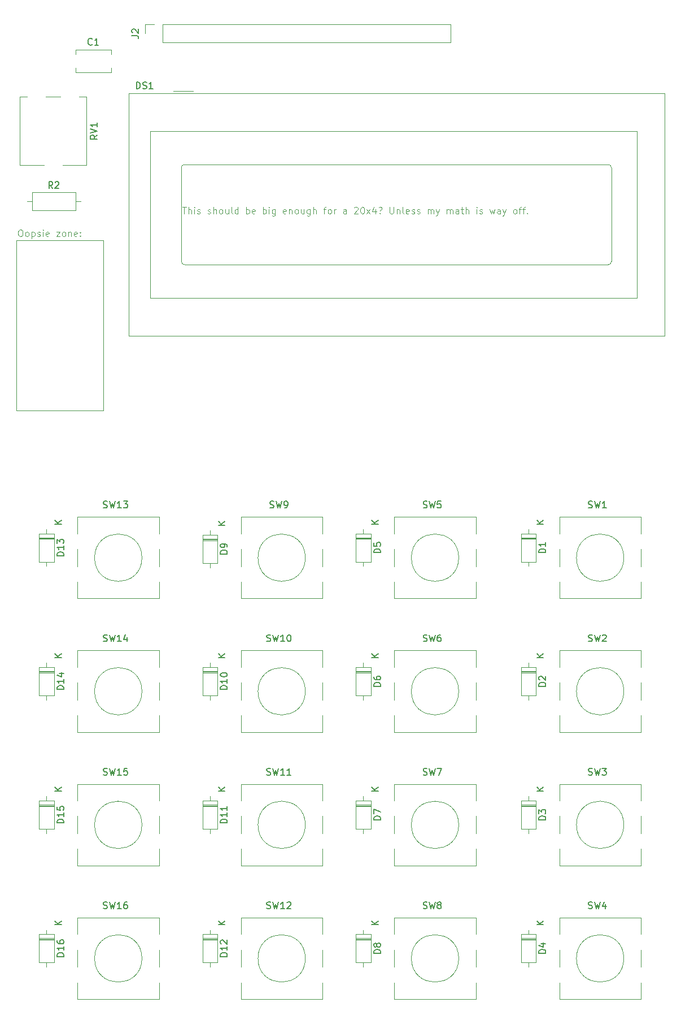
<source format=gbr>
%TF.GenerationSoftware,KiCad,Pcbnew,9.0.6*%
%TF.CreationDate,2025-12-01T15:24:05-05:00*%
%TF.ProjectId,65C816,36354338-3136-42e6-9b69-6361645f7063,rev?*%
%TF.SameCoordinates,Original*%
%TF.FileFunction,Legend,Top*%
%TF.FilePolarity,Positive*%
%FSLAX46Y46*%
G04 Gerber Fmt 4.6, Leading zero omitted, Abs format (unit mm)*
G04 Created by KiCad (PCBNEW 9.0.6) date 2025-12-01 15:24:05*
%MOMM*%
%LPD*%
G01*
G04 APERTURE LIST*
%ADD10C,0.100000*%
%ADD11C,0.150000*%
%ADD12C,0.120000*%
G04 APERTURE END LIST*
D10*
X53494360Y-62872419D02*
X53684836Y-62872419D01*
X53684836Y-62872419D02*
X53780074Y-62920038D01*
X53780074Y-62920038D02*
X53875312Y-63015276D01*
X53875312Y-63015276D02*
X53922931Y-63205752D01*
X53922931Y-63205752D02*
X53922931Y-63539085D01*
X53922931Y-63539085D02*
X53875312Y-63729561D01*
X53875312Y-63729561D02*
X53780074Y-63824800D01*
X53780074Y-63824800D02*
X53684836Y-63872419D01*
X53684836Y-63872419D02*
X53494360Y-63872419D01*
X53494360Y-63872419D02*
X53399122Y-63824800D01*
X53399122Y-63824800D02*
X53303884Y-63729561D01*
X53303884Y-63729561D02*
X53256265Y-63539085D01*
X53256265Y-63539085D02*
X53256265Y-63205752D01*
X53256265Y-63205752D02*
X53303884Y-63015276D01*
X53303884Y-63015276D02*
X53399122Y-62920038D01*
X53399122Y-62920038D02*
X53494360Y-62872419D01*
X54494360Y-63872419D02*
X54399122Y-63824800D01*
X54399122Y-63824800D02*
X54351503Y-63777180D01*
X54351503Y-63777180D02*
X54303884Y-63681942D01*
X54303884Y-63681942D02*
X54303884Y-63396228D01*
X54303884Y-63396228D02*
X54351503Y-63300990D01*
X54351503Y-63300990D02*
X54399122Y-63253371D01*
X54399122Y-63253371D02*
X54494360Y-63205752D01*
X54494360Y-63205752D02*
X54637217Y-63205752D01*
X54637217Y-63205752D02*
X54732455Y-63253371D01*
X54732455Y-63253371D02*
X54780074Y-63300990D01*
X54780074Y-63300990D02*
X54827693Y-63396228D01*
X54827693Y-63396228D02*
X54827693Y-63681942D01*
X54827693Y-63681942D02*
X54780074Y-63777180D01*
X54780074Y-63777180D02*
X54732455Y-63824800D01*
X54732455Y-63824800D02*
X54637217Y-63872419D01*
X54637217Y-63872419D02*
X54494360Y-63872419D01*
X55256265Y-63205752D02*
X55256265Y-64205752D01*
X55256265Y-63253371D02*
X55351503Y-63205752D01*
X55351503Y-63205752D02*
X55541979Y-63205752D01*
X55541979Y-63205752D02*
X55637217Y-63253371D01*
X55637217Y-63253371D02*
X55684836Y-63300990D01*
X55684836Y-63300990D02*
X55732455Y-63396228D01*
X55732455Y-63396228D02*
X55732455Y-63681942D01*
X55732455Y-63681942D02*
X55684836Y-63777180D01*
X55684836Y-63777180D02*
X55637217Y-63824800D01*
X55637217Y-63824800D02*
X55541979Y-63872419D01*
X55541979Y-63872419D02*
X55351503Y-63872419D01*
X55351503Y-63872419D02*
X55256265Y-63824800D01*
X56113408Y-63824800D02*
X56208646Y-63872419D01*
X56208646Y-63872419D02*
X56399122Y-63872419D01*
X56399122Y-63872419D02*
X56494360Y-63824800D01*
X56494360Y-63824800D02*
X56541979Y-63729561D01*
X56541979Y-63729561D02*
X56541979Y-63681942D01*
X56541979Y-63681942D02*
X56494360Y-63586704D01*
X56494360Y-63586704D02*
X56399122Y-63539085D01*
X56399122Y-63539085D02*
X56256265Y-63539085D01*
X56256265Y-63539085D02*
X56161027Y-63491466D01*
X56161027Y-63491466D02*
X56113408Y-63396228D01*
X56113408Y-63396228D02*
X56113408Y-63348609D01*
X56113408Y-63348609D02*
X56161027Y-63253371D01*
X56161027Y-63253371D02*
X56256265Y-63205752D01*
X56256265Y-63205752D02*
X56399122Y-63205752D01*
X56399122Y-63205752D02*
X56494360Y-63253371D01*
X56970551Y-63872419D02*
X56970551Y-63205752D01*
X56970551Y-62872419D02*
X56922932Y-62920038D01*
X56922932Y-62920038D02*
X56970551Y-62967657D01*
X56970551Y-62967657D02*
X57018170Y-62920038D01*
X57018170Y-62920038D02*
X56970551Y-62872419D01*
X56970551Y-62872419D02*
X56970551Y-62967657D01*
X57827693Y-63824800D02*
X57732455Y-63872419D01*
X57732455Y-63872419D02*
X57541979Y-63872419D01*
X57541979Y-63872419D02*
X57446741Y-63824800D01*
X57446741Y-63824800D02*
X57399122Y-63729561D01*
X57399122Y-63729561D02*
X57399122Y-63348609D01*
X57399122Y-63348609D02*
X57446741Y-63253371D01*
X57446741Y-63253371D02*
X57541979Y-63205752D01*
X57541979Y-63205752D02*
X57732455Y-63205752D01*
X57732455Y-63205752D02*
X57827693Y-63253371D01*
X57827693Y-63253371D02*
X57875312Y-63348609D01*
X57875312Y-63348609D02*
X57875312Y-63443847D01*
X57875312Y-63443847D02*
X57399122Y-63539085D01*
X58970551Y-63205752D02*
X59494360Y-63205752D01*
X59494360Y-63205752D02*
X58970551Y-63872419D01*
X58970551Y-63872419D02*
X59494360Y-63872419D01*
X60018170Y-63872419D02*
X59922932Y-63824800D01*
X59922932Y-63824800D02*
X59875313Y-63777180D01*
X59875313Y-63777180D02*
X59827694Y-63681942D01*
X59827694Y-63681942D02*
X59827694Y-63396228D01*
X59827694Y-63396228D02*
X59875313Y-63300990D01*
X59875313Y-63300990D02*
X59922932Y-63253371D01*
X59922932Y-63253371D02*
X60018170Y-63205752D01*
X60018170Y-63205752D02*
X60161027Y-63205752D01*
X60161027Y-63205752D02*
X60256265Y-63253371D01*
X60256265Y-63253371D02*
X60303884Y-63300990D01*
X60303884Y-63300990D02*
X60351503Y-63396228D01*
X60351503Y-63396228D02*
X60351503Y-63681942D01*
X60351503Y-63681942D02*
X60303884Y-63777180D01*
X60303884Y-63777180D02*
X60256265Y-63824800D01*
X60256265Y-63824800D02*
X60161027Y-63872419D01*
X60161027Y-63872419D02*
X60018170Y-63872419D01*
X60780075Y-63205752D02*
X60780075Y-63872419D01*
X60780075Y-63300990D02*
X60827694Y-63253371D01*
X60827694Y-63253371D02*
X60922932Y-63205752D01*
X60922932Y-63205752D02*
X61065789Y-63205752D01*
X61065789Y-63205752D02*
X61161027Y-63253371D01*
X61161027Y-63253371D02*
X61208646Y-63348609D01*
X61208646Y-63348609D02*
X61208646Y-63872419D01*
X62065789Y-63824800D02*
X61970551Y-63872419D01*
X61970551Y-63872419D02*
X61780075Y-63872419D01*
X61780075Y-63872419D02*
X61684837Y-63824800D01*
X61684837Y-63824800D02*
X61637218Y-63729561D01*
X61637218Y-63729561D02*
X61637218Y-63348609D01*
X61637218Y-63348609D02*
X61684837Y-63253371D01*
X61684837Y-63253371D02*
X61780075Y-63205752D01*
X61780075Y-63205752D02*
X61970551Y-63205752D01*
X61970551Y-63205752D02*
X62065789Y-63253371D01*
X62065789Y-63253371D02*
X62113408Y-63348609D01*
X62113408Y-63348609D02*
X62113408Y-63443847D01*
X62113408Y-63443847D02*
X61637218Y-63539085D01*
X62541980Y-63777180D02*
X62589599Y-63824800D01*
X62589599Y-63824800D02*
X62541980Y-63872419D01*
X62541980Y-63872419D02*
X62494361Y-63824800D01*
X62494361Y-63824800D02*
X62541980Y-63777180D01*
X62541980Y-63777180D02*
X62541980Y-63872419D01*
X62541980Y-63253371D02*
X62589599Y-63300990D01*
X62589599Y-63300990D02*
X62541980Y-63348609D01*
X62541980Y-63348609D02*
X62494361Y-63300990D01*
X62494361Y-63300990D02*
X62541980Y-63253371D01*
X62541980Y-63253371D02*
X62541980Y-63348609D01*
X53000000Y-64500000D02*
X66000000Y-64500000D01*
X66000000Y-90000000D01*
X53000000Y-90000000D01*
X53000000Y-64500000D01*
X77861307Y-59492079D02*
X78432735Y-59492079D01*
X78147021Y-60492079D02*
X78147021Y-59492079D01*
X78766069Y-60492079D02*
X78766069Y-59492079D01*
X79194640Y-60492079D02*
X79194640Y-59968269D01*
X79194640Y-59968269D02*
X79147021Y-59873031D01*
X79147021Y-59873031D02*
X79051783Y-59825412D01*
X79051783Y-59825412D02*
X78908926Y-59825412D01*
X78908926Y-59825412D02*
X78813688Y-59873031D01*
X78813688Y-59873031D02*
X78766069Y-59920650D01*
X79670831Y-60492079D02*
X79670831Y-59825412D01*
X79670831Y-59492079D02*
X79623212Y-59539698D01*
X79623212Y-59539698D02*
X79670831Y-59587317D01*
X79670831Y-59587317D02*
X79718450Y-59539698D01*
X79718450Y-59539698D02*
X79670831Y-59492079D01*
X79670831Y-59492079D02*
X79670831Y-59587317D01*
X80099402Y-60444460D02*
X80194640Y-60492079D01*
X80194640Y-60492079D02*
X80385116Y-60492079D01*
X80385116Y-60492079D02*
X80480354Y-60444460D01*
X80480354Y-60444460D02*
X80527973Y-60349221D01*
X80527973Y-60349221D02*
X80527973Y-60301602D01*
X80527973Y-60301602D02*
X80480354Y-60206364D01*
X80480354Y-60206364D02*
X80385116Y-60158745D01*
X80385116Y-60158745D02*
X80242259Y-60158745D01*
X80242259Y-60158745D02*
X80147021Y-60111126D01*
X80147021Y-60111126D02*
X80099402Y-60015888D01*
X80099402Y-60015888D02*
X80099402Y-59968269D01*
X80099402Y-59968269D02*
X80147021Y-59873031D01*
X80147021Y-59873031D02*
X80242259Y-59825412D01*
X80242259Y-59825412D02*
X80385116Y-59825412D01*
X80385116Y-59825412D02*
X80480354Y-59873031D01*
X81670831Y-60444460D02*
X81766069Y-60492079D01*
X81766069Y-60492079D02*
X81956545Y-60492079D01*
X81956545Y-60492079D02*
X82051783Y-60444460D01*
X82051783Y-60444460D02*
X82099402Y-60349221D01*
X82099402Y-60349221D02*
X82099402Y-60301602D01*
X82099402Y-60301602D02*
X82051783Y-60206364D01*
X82051783Y-60206364D02*
X81956545Y-60158745D01*
X81956545Y-60158745D02*
X81813688Y-60158745D01*
X81813688Y-60158745D02*
X81718450Y-60111126D01*
X81718450Y-60111126D02*
X81670831Y-60015888D01*
X81670831Y-60015888D02*
X81670831Y-59968269D01*
X81670831Y-59968269D02*
X81718450Y-59873031D01*
X81718450Y-59873031D02*
X81813688Y-59825412D01*
X81813688Y-59825412D02*
X81956545Y-59825412D01*
X81956545Y-59825412D02*
X82051783Y-59873031D01*
X82527974Y-60492079D02*
X82527974Y-59492079D01*
X82956545Y-60492079D02*
X82956545Y-59968269D01*
X82956545Y-59968269D02*
X82908926Y-59873031D01*
X82908926Y-59873031D02*
X82813688Y-59825412D01*
X82813688Y-59825412D02*
X82670831Y-59825412D01*
X82670831Y-59825412D02*
X82575593Y-59873031D01*
X82575593Y-59873031D02*
X82527974Y-59920650D01*
X83575593Y-60492079D02*
X83480355Y-60444460D01*
X83480355Y-60444460D02*
X83432736Y-60396840D01*
X83432736Y-60396840D02*
X83385117Y-60301602D01*
X83385117Y-60301602D02*
X83385117Y-60015888D01*
X83385117Y-60015888D02*
X83432736Y-59920650D01*
X83432736Y-59920650D02*
X83480355Y-59873031D01*
X83480355Y-59873031D02*
X83575593Y-59825412D01*
X83575593Y-59825412D02*
X83718450Y-59825412D01*
X83718450Y-59825412D02*
X83813688Y-59873031D01*
X83813688Y-59873031D02*
X83861307Y-59920650D01*
X83861307Y-59920650D02*
X83908926Y-60015888D01*
X83908926Y-60015888D02*
X83908926Y-60301602D01*
X83908926Y-60301602D02*
X83861307Y-60396840D01*
X83861307Y-60396840D02*
X83813688Y-60444460D01*
X83813688Y-60444460D02*
X83718450Y-60492079D01*
X83718450Y-60492079D02*
X83575593Y-60492079D01*
X84766069Y-59825412D02*
X84766069Y-60492079D01*
X84337498Y-59825412D02*
X84337498Y-60349221D01*
X84337498Y-60349221D02*
X84385117Y-60444460D01*
X84385117Y-60444460D02*
X84480355Y-60492079D01*
X84480355Y-60492079D02*
X84623212Y-60492079D01*
X84623212Y-60492079D02*
X84718450Y-60444460D01*
X84718450Y-60444460D02*
X84766069Y-60396840D01*
X85385117Y-60492079D02*
X85289879Y-60444460D01*
X85289879Y-60444460D02*
X85242260Y-60349221D01*
X85242260Y-60349221D02*
X85242260Y-59492079D01*
X86194641Y-60492079D02*
X86194641Y-59492079D01*
X86194641Y-60444460D02*
X86099403Y-60492079D01*
X86099403Y-60492079D02*
X85908927Y-60492079D01*
X85908927Y-60492079D02*
X85813689Y-60444460D01*
X85813689Y-60444460D02*
X85766070Y-60396840D01*
X85766070Y-60396840D02*
X85718451Y-60301602D01*
X85718451Y-60301602D02*
X85718451Y-60015888D01*
X85718451Y-60015888D02*
X85766070Y-59920650D01*
X85766070Y-59920650D02*
X85813689Y-59873031D01*
X85813689Y-59873031D02*
X85908927Y-59825412D01*
X85908927Y-59825412D02*
X86099403Y-59825412D01*
X86099403Y-59825412D02*
X86194641Y-59873031D01*
X87432737Y-60492079D02*
X87432737Y-59492079D01*
X87432737Y-59873031D02*
X87527975Y-59825412D01*
X87527975Y-59825412D02*
X87718451Y-59825412D01*
X87718451Y-59825412D02*
X87813689Y-59873031D01*
X87813689Y-59873031D02*
X87861308Y-59920650D01*
X87861308Y-59920650D02*
X87908927Y-60015888D01*
X87908927Y-60015888D02*
X87908927Y-60301602D01*
X87908927Y-60301602D02*
X87861308Y-60396840D01*
X87861308Y-60396840D02*
X87813689Y-60444460D01*
X87813689Y-60444460D02*
X87718451Y-60492079D01*
X87718451Y-60492079D02*
X87527975Y-60492079D01*
X87527975Y-60492079D02*
X87432737Y-60444460D01*
X88718451Y-60444460D02*
X88623213Y-60492079D01*
X88623213Y-60492079D02*
X88432737Y-60492079D01*
X88432737Y-60492079D02*
X88337499Y-60444460D01*
X88337499Y-60444460D02*
X88289880Y-60349221D01*
X88289880Y-60349221D02*
X88289880Y-59968269D01*
X88289880Y-59968269D02*
X88337499Y-59873031D01*
X88337499Y-59873031D02*
X88432737Y-59825412D01*
X88432737Y-59825412D02*
X88623213Y-59825412D01*
X88623213Y-59825412D02*
X88718451Y-59873031D01*
X88718451Y-59873031D02*
X88766070Y-59968269D01*
X88766070Y-59968269D02*
X88766070Y-60063507D01*
X88766070Y-60063507D02*
X88289880Y-60158745D01*
X89956547Y-60492079D02*
X89956547Y-59492079D01*
X89956547Y-59873031D02*
X90051785Y-59825412D01*
X90051785Y-59825412D02*
X90242261Y-59825412D01*
X90242261Y-59825412D02*
X90337499Y-59873031D01*
X90337499Y-59873031D02*
X90385118Y-59920650D01*
X90385118Y-59920650D02*
X90432737Y-60015888D01*
X90432737Y-60015888D02*
X90432737Y-60301602D01*
X90432737Y-60301602D02*
X90385118Y-60396840D01*
X90385118Y-60396840D02*
X90337499Y-60444460D01*
X90337499Y-60444460D02*
X90242261Y-60492079D01*
X90242261Y-60492079D02*
X90051785Y-60492079D01*
X90051785Y-60492079D02*
X89956547Y-60444460D01*
X90861309Y-60492079D02*
X90861309Y-59825412D01*
X90861309Y-59492079D02*
X90813690Y-59539698D01*
X90813690Y-59539698D02*
X90861309Y-59587317D01*
X90861309Y-59587317D02*
X90908928Y-59539698D01*
X90908928Y-59539698D02*
X90861309Y-59492079D01*
X90861309Y-59492079D02*
X90861309Y-59587317D01*
X91766070Y-59825412D02*
X91766070Y-60634936D01*
X91766070Y-60634936D02*
X91718451Y-60730174D01*
X91718451Y-60730174D02*
X91670832Y-60777793D01*
X91670832Y-60777793D02*
X91575594Y-60825412D01*
X91575594Y-60825412D02*
X91432737Y-60825412D01*
X91432737Y-60825412D02*
X91337499Y-60777793D01*
X91766070Y-60444460D02*
X91670832Y-60492079D01*
X91670832Y-60492079D02*
X91480356Y-60492079D01*
X91480356Y-60492079D02*
X91385118Y-60444460D01*
X91385118Y-60444460D02*
X91337499Y-60396840D01*
X91337499Y-60396840D02*
X91289880Y-60301602D01*
X91289880Y-60301602D02*
X91289880Y-60015888D01*
X91289880Y-60015888D02*
X91337499Y-59920650D01*
X91337499Y-59920650D02*
X91385118Y-59873031D01*
X91385118Y-59873031D02*
X91480356Y-59825412D01*
X91480356Y-59825412D02*
X91670832Y-59825412D01*
X91670832Y-59825412D02*
X91766070Y-59873031D01*
X93385118Y-60444460D02*
X93289880Y-60492079D01*
X93289880Y-60492079D02*
X93099404Y-60492079D01*
X93099404Y-60492079D02*
X93004166Y-60444460D01*
X93004166Y-60444460D02*
X92956547Y-60349221D01*
X92956547Y-60349221D02*
X92956547Y-59968269D01*
X92956547Y-59968269D02*
X93004166Y-59873031D01*
X93004166Y-59873031D02*
X93099404Y-59825412D01*
X93099404Y-59825412D02*
X93289880Y-59825412D01*
X93289880Y-59825412D02*
X93385118Y-59873031D01*
X93385118Y-59873031D02*
X93432737Y-59968269D01*
X93432737Y-59968269D02*
X93432737Y-60063507D01*
X93432737Y-60063507D02*
X92956547Y-60158745D01*
X93861309Y-59825412D02*
X93861309Y-60492079D01*
X93861309Y-59920650D02*
X93908928Y-59873031D01*
X93908928Y-59873031D02*
X94004166Y-59825412D01*
X94004166Y-59825412D02*
X94147023Y-59825412D01*
X94147023Y-59825412D02*
X94242261Y-59873031D01*
X94242261Y-59873031D02*
X94289880Y-59968269D01*
X94289880Y-59968269D02*
X94289880Y-60492079D01*
X94908928Y-60492079D02*
X94813690Y-60444460D01*
X94813690Y-60444460D02*
X94766071Y-60396840D01*
X94766071Y-60396840D02*
X94718452Y-60301602D01*
X94718452Y-60301602D02*
X94718452Y-60015888D01*
X94718452Y-60015888D02*
X94766071Y-59920650D01*
X94766071Y-59920650D02*
X94813690Y-59873031D01*
X94813690Y-59873031D02*
X94908928Y-59825412D01*
X94908928Y-59825412D02*
X95051785Y-59825412D01*
X95051785Y-59825412D02*
X95147023Y-59873031D01*
X95147023Y-59873031D02*
X95194642Y-59920650D01*
X95194642Y-59920650D02*
X95242261Y-60015888D01*
X95242261Y-60015888D02*
X95242261Y-60301602D01*
X95242261Y-60301602D02*
X95194642Y-60396840D01*
X95194642Y-60396840D02*
X95147023Y-60444460D01*
X95147023Y-60444460D02*
X95051785Y-60492079D01*
X95051785Y-60492079D02*
X94908928Y-60492079D01*
X96099404Y-59825412D02*
X96099404Y-60492079D01*
X95670833Y-59825412D02*
X95670833Y-60349221D01*
X95670833Y-60349221D02*
X95718452Y-60444460D01*
X95718452Y-60444460D02*
X95813690Y-60492079D01*
X95813690Y-60492079D02*
X95956547Y-60492079D01*
X95956547Y-60492079D02*
X96051785Y-60444460D01*
X96051785Y-60444460D02*
X96099404Y-60396840D01*
X97004166Y-59825412D02*
X97004166Y-60634936D01*
X97004166Y-60634936D02*
X96956547Y-60730174D01*
X96956547Y-60730174D02*
X96908928Y-60777793D01*
X96908928Y-60777793D02*
X96813690Y-60825412D01*
X96813690Y-60825412D02*
X96670833Y-60825412D01*
X96670833Y-60825412D02*
X96575595Y-60777793D01*
X97004166Y-60444460D02*
X96908928Y-60492079D01*
X96908928Y-60492079D02*
X96718452Y-60492079D01*
X96718452Y-60492079D02*
X96623214Y-60444460D01*
X96623214Y-60444460D02*
X96575595Y-60396840D01*
X96575595Y-60396840D02*
X96527976Y-60301602D01*
X96527976Y-60301602D02*
X96527976Y-60015888D01*
X96527976Y-60015888D02*
X96575595Y-59920650D01*
X96575595Y-59920650D02*
X96623214Y-59873031D01*
X96623214Y-59873031D02*
X96718452Y-59825412D01*
X96718452Y-59825412D02*
X96908928Y-59825412D01*
X96908928Y-59825412D02*
X97004166Y-59873031D01*
X97480357Y-60492079D02*
X97480357Y-59492079D01*
X97908928Y-60492079D02*
X97908928Y-59968269D01*
X97908928Y-59968269D02*
X97861309Y-59873031D01*
X97861309Y-59873031D02*
X97766071Y-59825412D01*
X97766071Y-59825412D02*
X97623214Y-59825412D01*
X97623214Y-59825412D02*
X97527976Y-59873031D01*
X97527976Y-59873031D02*
X97480357Y-59920650D01*
X99004167Y-59825412D02*
X99385119Y-59825412D01*
X99147024Y-60492079D02*
X99147024Y-59634936D01*
X99147024Y-59634936D02*
X99194643Y-59539698D01*
X99194643Y-59539698D02*
X99289881Y-59492079D01*
X99289881Y-59492079D02*
X99385119Y-59492079D01*
X99861310Y-60492079D02*
X99766072Y-60444460D01*
X99766072Y-60444460D02*
X99718453Y-60396840D01*
X99718453Y-60396840D02*
X99670834Y-60301602D01*
X99670834Y-60301602D02*
X99670834Y-60015888D01*
X99670834Y-60015888D02*
X99718453Y-59920650D01*
X99718453Y-59920650D02*
X99766072Y-59873031D01*
X99766072Y-59873031D02*
X99861310Y-59825412D01*
X99861310Y-59825412D02*
X100004167Y-59825412D01*
X100004167Y-59825412D02*
X100099405Y-59873031D01*
X100099405Y-59873031D02*
X100147024Y-59920650D01*
X100147024Y-59920650D02*
X100194643Y-60015888D01*
X100194643Y-60015888D02*
X100194643Y-60301602D01*
X100194643Y-60301602D02*
X100147024Y-60396840D01*
X100147024Y-60396840D02*
X100099405Y-60444460D01*
X100099405Y-60444460D02*
X100004167Y-60492079D01*
X100004167Y-60492079D02*
X99861310Y-60492079D01*
X100623215Y-60492079D02*
X100623215Y-59825412D01*
X100623215Y-60015888D02*
X100670834Y-59920650D01*
X100670834Y-59920650D02*
X100718453Y-59873031D01*
X100718453Y-59873031D02*
X100813691Y-59825412D01*
X100813691Y-59825412D02*
X100908929Y-59825412D01*
X102432739Y-60492079D02*
X102432739Y-59968269D01*
X102432739Y-59968269D02*
X102385120Y-59873031D01*
X102385120Y-59873031D02*
X102289882Y-59825412D01*
X102289882Y-59825412D02*
X102099406Y-59825412D01*
X102099406Y-59825412D02*
X102004168Y-59873031D01*
X102432739Y-60444460D02*
X102337501Y-60492079D01*
X102337501Y-60492079D02*
X102099406Y-60492079D01*
X102099406Y-60492079D02*
X102004168Y-60444460D01*
X102004168Y-60444460D02*
X101956549Y-60349221D01*
X101956549Y-60349221D02*
X101956549Y-60253983D01*
X101956549Y-60253983D02*
X102004168Y-60158745D01*
X102004168Y-60158745D02*
X102099406Y-60111126D01*
X102099406Y-60111126D02*
X102337501Y-60111126D01*
X102337501Y-60111126D02*
X102432739Y-60063507D01*
X103623216Y-59587317D02*
X103670835Y-59539698D01*
X103670835Y-59539698D02*
X103766073Y-59492079D01*
X103766073Y-59492079D02*
X104004168Y-59492079D01*
X104004168Y-59492079D02*
X104099406Y-59539698D01*
X104099406Y-59539698D02*
X104147025Y-59587317D01*
X104147025Y-59587317D02*
X104194644Y-59682555D01*
X104194644Y-59682555D02*
X104194644Y-59777793D01*
X104194644Y-59777793D02*
X104147025Y-59920650D01*
X104147025Y-59920650D02*
X103575597Y-60492079D01*
X103575597Y-60492079D02*
X104194644Y-60492079D01*
X104813692Y-59492079D02*
X104908930Y-59492079D01*
X104908930Y-59492079D02*
X105004168Y-59539698D01*
X105004168Y-59539698D02*
X105051787Y-59587317D01*
X105051787Y-59587317D02*
X105099406Y-59682555D01*
X105099406Y-59682555D02*
X105147025Y-59873031D01*
X105147025Y-59873031D02*
X105147025Y-60111126D01*
X105147025Y-60111126D02*
X105099406Y-60301602D01*
X105099406Y-60301602D02*
X105051787Y-60396840D01*
X105051787Y-60396840D02*
X105004168Y-60444460D01*
X105004168Y-60444460D02*
X104908930Y-60492079D01*
X104908930Y-60492079D02*
X104813692Y-60492079D01*
X104813692Y-60492079D02*
X104718454Y-60444460D01*
X104718454Y-60444460D02*
X104670835Y-60396840D01*
X104670835Y-60396840D02*
X104623216Y-60301602D01*
X104623216Y-60301602D02*
X104575597Y-60111126D01*
X104575597Y-60111126D02*
X104575597Y-59873031D01*
X104575597Y-59873031D02*
X104623216Y-59682555D01*
X104623216Y-59682555D02*
X104670835Y-59587317D01*
X104670835Y-59587317D02*
X104718454Y-59539698D01*
X104718454Y-59539698D02*
X104813692Y-59492079D01*
X105480359Y-60492079D02*
X106004168Y-59825412D01*
X105480359Y-59825412D02*
X106004168Y-60492079D01*
X106813692Y-59825412D02*
X106813692Y-60492079D01*
X106575597Y-59444460D02*
X106337502Y-60158745D01*
X106337502Y-60158745D02*
X106956549Y-60158745D01*
X107480359Y-60396840D02*
X107527978Y-60444460D01*
X107527978Y-60444460D02*
X107480359Y-60492079D01*
X107480359Y-60492079D02*
X107432740Y-60444460D01*
X107432740Y-60444460D02*
X107480359Y-60396840D01*
X107480359Y-60396840D02*
X107480359Y-60492079D01*
X107289883Y-59539698D02*
X107385121Y-59492079D01*
X107385121Y-59492079D02*
X107623216Y-59492079D01*
X107623216Y-59492079D02*
X107718454Y-59539698D01*
X107718454Y-59539698D02*
X107766073Y-59634936D01*
X107766073Y-59634936D02*
X107766073Y-59730174D01*
X107766073Y-59730174D02*
X107718454Y-59825412D01*
X107718454Y-59825412D02*
X107670835Y-59873031D01*
X107670835Y-59873031D02*
X107575597Y-59920650D01*
X107575597Y-59920650D02*
X107527978Y-59968269D01*
X107527978Y-59968269D02*
X107480359Y-60063507D01*
X107480359Y-60063507D02*
X107480359Y-60111126D01*
X108956550Y-59492079D02*
X108956550Y-60301602D01*
X108956550Y-60301602D02*
X109004169Y-60396840D01*
X109004169Y-60396840D02*
X109051788Y-60444460D01*
X109051788Y-60444460D02*
X109147026Y-60492079D01*
X109147026Y-60492079D02*
X109337502Y-60492079D01*
X109337502Y-60492079D02*
X109432740Y-60444460D01*
X109432740Y-60444460D02*
X109480359Y-60396840D01*
X109480359Y-60396840D02*
X109527978Y-60301602D01*
X109527978Y-60301602D02*
X109527978Y-59492079D01*
X110004169Y-59825412D02*
X110004169Y-60492079D01*
X110004169Y-59920650D02*
X110051788Y-59873031D01*
X110051788Y-59873031D02*
X110147026Y-59825412D01*
X110147026Y-59825412D02*
X110289883Y-59825412D01*
X110289883Y-59825412D02*
X110385121Y-59873031D01*
X110385121Y-59873031D02*
X110432740Y-59968269D01*
X110432740Y-59968269D02*
X110432740Y-60492079D01*
X111051788Y-60492079D02*
X110956550Y-60444460D01*
X110956550Y-60444460D02*
X110908931Y-60349221D01*
X110908931Y-60349221D02*
X110908931Y-59492079D01*
X111813693Y-60444460D02*
X111718455Y-60492079D01*
X111718455Y-60492079D02*
X111527979Y-60492079D01*
X111527979Y-60492079D02*
X111432741Y-60444460D01*
X111432741Y-60444460D02*
X111385122Y-60349221D01*
X111385122Y-60349221D02*
X111385122Y-59968269D01*
X111385122Y-59968269D02*
X111432741Y-59873031D01*
X111432741Y-59873031D02*
X111527979Y-59825412D01*
X111527979Y-59825412D02*
X111718455Y-59825412D01*
X111718455Y-59825412D02*
X111813693Y-59873031D01*
X111813693Y-59873031D02*
X111861312Y-59968269D01*
X111861312Y-59968269D02*
X111861312Y-60063507D01*
X111861312Y-60063507D02*
X111385122Y-60158745D01*
X112242265Y-60444460D02*
X112337503Y-60492079D01*
X112337503Y-60492079D02*
X112527979Y-60492079D01*
X112527979Y-60492079D02*
X112623217Y-60444460D01*
X112623217Y-60444460D02*
X112670836Y-60349221D01*
X112670836Y-60349221D02*
X112670836Y-60301602D01*
X112670836Y-60301602D02*
X112623217Y-60206364D01*
X112623217Y-60206364D02*
X112527979Y-60158745D01*
X112527979Y-60158745D02*
X112385122Y-60158745D01*
X112385122Y-60158745D02*
X112289884Y-60111126D01*
X112289884Y-60111126D02*
X112242265Y-60015888D01*
X112242265Y-60015888D02*
X112242265Y-59968269D01*
X112242265Y-59968269D02*
X112289884Y-59873031D01*
X112289884Y-59873031D02*
X112385122Y-59825412D01*
X112385122Y-59825412D02*
X112527979Y-59825412D01*
X112527979Y-59825412D02*
X112623217Y-59873031D01*
X113051789Y-60444460D02*
X113147027Y-60492079D01*
X113147027Y-60492079D02*
X113337503Y-60492079D01*
X113337503Y-60492079D02*
X113432741Y-60444460D01*
X113432741Y-60444460D02*
X113480360Y-60349221D01*
X113480360Y-60349221D02*
X113480360Y-60301602D01*
X113480360Y-60301602D02*
X113432741Y-60206364D01*
X113432741Y-60206364D02*
X113337503Y-60158745D01*
X113337503Y-60158745D02*
X113194646Y-60158745D01*
X113194646Y-60158745D02*
X113099408Y-60111126D01*
X113099408Y-60111126D02*
X113051789Y-60015888D01*
X113051789Y-60015888D02*
X113051789Y-59968269D01*
X113051789Y-59968269D02*
X113099408Y-59873031D01*
X113099408Y-59873031D02*
X113194646Y-59825412D01*
X113194646Y-59825412D02*
X113337503Y-59825412D01*
X113337503Y-59825412D02*
X113432741Y-59873031D01*
X114670837Y-60492079D02*
X114670837Y-59825412D01*
X114670837Y-59920650D02*
X114718456Y-59873031D01*
X114718456Y-59873031D02*
X114813694Y-59825412D01*
X114813694Y-59825412D02*
X114956551Y-59825412D01*
X114956551Y-59825412D02*
X115051789Y-59873031D01*
X115051789Y-59873031D02*
X115099408Y-59968269D01*
X115099408Y-59968269D02*
X115099408Y-60492079D01*
X115099408Y-59968269D02*
X115147027Y-59873031D01*
X115147027Y-59873031D02*
X115242265Y-59825412D01*
X115242265Y-59825412D02*
X115385122Y-59825412D01*
X115385122Y-59825412D02*
X115480361Y-59873031D01*
X115480361Y-59873031D02*
X115527980Y-59968269D01*
X115527980Y-59968269D02*
X115527980Y-60492079D01*
X115908932Y-59825412D02*
X116147027Y-60492079D01*
X116385122Y-59825412D02*
X116147027Y-60492079D01*
X116147027Y-60492079D02*
X116051789Y-60730174D01*
X116051789Y-60730174D02*
X116004170Y-60777793D01*
X116004170Y-60777793D02*
X115908932Y-60825412D01*
X117527980Y-60492079D02*
X117527980Y-59825412D01*
X117527980Y-59920650D02*
X117575599Y-59873031D01*
X117575599Y-59873031D02*
X117670837Y-59825412D01*
X117670837Y-59825412D02*
X117813694Y-59825412D01*
X117813694Y-59825412D02*
X117908932Y-59873031D01*
X117908932Y-59873031D02*
X117956551Y-59968269D01*
X117956551Y-59968269D02*
X117956551Y-60492079D01*
X117956551Y-59968269D02*
X118004170Y-59873031D01*
X118004170Y-59873031D02*
X118099408Y-59825412D01*
X118099408Y-59825412D02*
X118242265Y-59825412D01*
X118242265Y-59825412D02*
X118337504Y-59873031D01*
X118337504Y-59873031D02*
X118385123Y-59968269D01*
X118385123Y-59968269D02*
X118385123Y-60492079D01*
X119289884Y-60492079D02*
X119289884Y-59968269D01*
X119289884Y-59968269D02*
X119242265Y-59873031D01*
X119242265Y-59873031D02*
X119147027Y-59825412D01*
X119147027Y-59825412D02*
X118956551Y-59825412D01*
X118956551Y-59825412D02*
X118861313Y-59873031D01*
X119289884Y-60444460D02*
X119194646Y-60492079D01*
X119194646Y-60492079D02*
X118956551Y-60492079D01*
X118956551Y-60492079D02*
X118861313Y-60444460D01*
X118861313Y-60444460D02*
X118813694Y-60349221D01*
X118813694Y-60349221D02*
X118813694Y-60253983D01*
X118813694Y-60253983D02*
X118861313Y-60158745D01*
X118861313Y-60158745D02*
X118956551Y-60111126D01*
X118956551Y-60111126D02*
X119194646Y-60111126D01*
X119194646Y-60111126D02*
X119289884Y-60063507D01*
X119623218Y-59825412D02*
X120004170Y-59825412D01*
X119766075Y-59492079D02*
X119766075Y-60349221D01*
X119766075Y-60349221D02*
X119813694Y-60444460D01*
X119813694Y-60444460D02*
X119908932Y-60492079D01*
X119908932Y-60492079D02*
X120004170Y-60492079D01*
X120337504Y-60492079D02*
X120337504Y-59492079D01*
X120766075Y-60492079D02*
X120766075Y-59968269D01*
X120766075Y-59968269D02*
X120718456Y-59873031D01*
X120718456Y-59873031D02*
X120623218Y-59825412D01*
X120623218Y-59825412D02*
X120480361Y-59825412D01*
X120480361Y-59825412D02*
X120385123Y-59873031D01*
X120385123Y-59873031D02*
X120337504Y-59920650D01*
X122004171Y-60492079D02*
X122004171Y-59825412D01*
X122004171Y-59492079D02*
X121956552Y-59539698D01*
X121956552Y-59539698D02*
X122004171Y-59587317D01*
X122004171Y-59587317D02*
X122051790Y-59539698D01*
X122051790Y-59539698D02*
X122004171Y-59492079D01*
X122004171Y-59492079D02*
X122004171Y-59587317D01*
X122432742Y-60444460D02*
X122527980Y-60492079D01*
X122527980Y-60492079D02*
X122718456Y-60492079D01*
X122718456Y-60492079D02*
X122813694Y-60444460D01*
X122813694Y-60444460D02*
X122861313Y-60349221D01*
X122861313Y-60349221D02*
X122861313Y-60301602D01*
X122861313Y-60301602D02*
X122813694Y-60206364D01*
X122813694Y-60206364D02*
X122718456Y-60158745D01*
X122718456Y-60158745D02*
X122575599Y-60158745D01*
X122575599Y-60158745D02*
X122480361Y-60111126D01*
X122480361Y-60111126D02*
X122432742Y-60015888D01*
X122432742Y-60015888D02*
X122432742Y-59968269D01*
X122432742Y-59968269D02*
X122480361Y-59873031D01*
X122480361Y-59873031D02*
X122575599Y-59825412D01*
X122575599Y-59825412D02*
X122718456Y-59825412D01*
X122718456Y-59825412D02*
X122813694Y-59873031D01*
X123956552Y-59825412D02*
X124147028Y-60492079D01*
X124147028Y-60492079D02*
X124337504Y-60015888D01*
X124337504Y-60015888D02*
X124527980Y-60492079D01*
X124527980Y-60492079D02*
X124718456Y-59825412D01*
X125527980Y-60492079D02*
X125527980Y-59968269D01*
X125527980Y-59968269D02*
X125480361Y-59873031D01*
X125480361Y-59873031D02*
X125385123Y-59825412D01*
X125385123Y-59825412D02*
X125194647Y-59825412D01*
X125194647Y-59825412D02*
X125099409Y-59873031D01*
X125527980Y-60444460D02*
X125432742Y-60492079D01*
X125432742Y-60492079D02*
X125194647Y-60492079D01*
X125194647Y-60492079D02*
X125099409Y-60444460D01*
X125099409Y-60444460D02*
X125051790Y-60349221D01*
X125051790Y-60349221D02*
X125051790Y-60253983D01*
X125051790Y-60253983D02*
X125099409Y-60158745D01*
X125099409Y-60158745D02*
X125194647Y-60111126D01*
X125194647Y-60111126D02*
X125432742Y-60111126D01*
X125432742Y-60111126D02*
X125527980Y-60063507D01*
X125908933Y-59825412D02*
X126147028Y-60492079D01*
X126385123Y-59825412D02*
X126147028Y-60492079D01*
X126147028Y-60492079D02*
X126051790Y-60730174D01*
X126051790Y-60730174D02*
X126004171Y-60777793D01*
X126004171Y-60777793D02*
X125908933Y-60825412D01*
X127670838Y-60492079D02*
X127575600Y-60444460D01*
X127575600Y-60444460D02*
X127527981Y-60396840D01*
X127527981Y-60396840D02*
X127480362Y-60301602D01*
X127480362Y-60301602D02*
X127480362Y-60015888D01*
X127480362Y-60015888D02*
X127527981Y-59920650D01*
X127527981Y-59920650D02*
X127575600Y-59873031D01*
X127575600Y-59873031D02*
X127670838Y-59825412D01*
X127670838Y-59825412D02*
X127813695Y-59825412D01*
X127813695Y-59825412D02*
X127908933Y-59873031D01*
X127908933Y-59873031D02*
X127956552Y-59920650D01*
X127956552Y-59920650D02*
X128004171Y-60015888D01*
X128004171Y-60015888D02*
X128004171Y-60301602D01*
X128004171Y-60301602D02*
X127956552Y-60396840D01*
X127956552Y-60396840D02*
X127908933Y-60444460D01*
X127908933Y-60444460D02*
X127813695Y-60492079D01*
X127813695Y-60492079D02*
X127670838Y-60492079D01*
X128289886Y-59825412D02*
X128670838Y-59825412D01*
X128432743Y-60492079D02*
X128432743Y-59634936D01*
X128432743Y-59634936D02*
X128480362Y-59539698D01*
X128480362Y-59539698D02*
X128575600Y-59492079D01*
X128575600Y-59492079D02*
X128670838Y-59492079D01*
X128861315Y-59825412D02*
X129242267Y-59825412D01*
X129004172Y-60492079D02*
X129004172Y-59634936D01*
X129004172Y-59634936D02*
X129051791Y-59539698D01*
X129051791Y-59539698D02*
X129147029Y-59492079D01*
X129147029Y-59492079D02*
X129242267Y-59492079D01*
X129575601Y-60396840D02*
X129623220Y-60444460D01*
X129623220Y-60444460D02*
X129575601Y-60492079D01*
X129575601Y-60492079D02*
X129527982Y-60444460D01*
X129527982Y-60444460D02*
X129575601Y-60396840D01*
X129575601Y-60396840D02*
X129575601Y-60492079D01*
D11*
X113996667Y-164497200D02*
X114139524Y-164544819D01*
X114139524Y-164544819D02*
X114377619Y-164544819D01*
X114377619Y-164544819D02*
X114472857Y-164497200D01*
X114472857Y-164497200D02*
X114520476Y-164449580D01*
X114520476Y-164449580D02*
X114568095Y-164354342D01*
X114568095Y-164354342D02*
X114568095Y-164259104D01*
X114568095Y-164259104D02*
X114520476Y-164163866D01*
X114520476Y-164163866D02*
X114472857Y-164116247D01*
X114472857Y-164116247D02*
X114377619Y-164068628D01*
X114377619Y-164068628D02*
X114187143Y-164021009D01*
X114187143Y-164021009D02*
X114091905Y-163973390D01*
X114091905Y-163973390D02*
X114044286Y-163925771D01*
X114044286Y-163925771D02*
X113996667Y-163830533D01*
X113996667Y-163830533D02*
X113996667Y-163735295D01*
X113996667Y-163735295D02*
X114044286Y-163640057D01*
X114044286Y-163640057D02*
X114091905Y-163592438D01*
X114091905Y-163592438D02*
X114187143Y-163544819D01*
X114187143Y-163544819D02*
X114425238Y-163544819D01*
X114425238Y-163544819D02*
X114568095Y-163592438D01*
X114901429Y-163544819D02*
X115139524Y-164544819D01*
X115139524Y-164544819D02*
X115330000Y-163830533D01*
X115330000Y-163830533D02*
X115520476Y-164544819D01*
X115520476Y-164544819D02*
X115758572Y-163544819D01*
X116282381Y-163973390D02*
X116187143Y-163925771D01*
X116187143Y-163925771D02*
X116139524Y-163878152D01*
X116139524Y-163878152D02*
X116091905Y-163782914D01*
X116091905Y-163782914D02*
X116091905Y-163735295D01*
X116091905Y-163735295D02*
X116139524Y-163640057D01*
X116139524Y-163640057D02*
X116187143Y-163592438D01*
X116187143Y-163592438D02*
X116282381Y-163544819D01*
X116282381Y-163544819D02*
X116472857Y-163544819D01*
X116472857Y-163544819D02*
X116568095Y-163592438D01*
X116568095Y-163592438D02*
X116615714Y-163640057D01*
X116615714Y-163640057D02*
X116663333Y-163735295D01*
X116663333Y-163735295D02*
X116663333Y-163782914D01*
X116663333Y-163782914D02*
X116615714Y-163878152D01*
X116615714Y-163878152D02*
X116568095Y-163925771D01*
X116568095Y-163925771D02*
X116472857Y-163973390D01*
X116472857Y-163973390D02*
X116282381Y-163973390D01*
X116282381Y-163973390D02*
X116187143Y-164021009D01*
X116187143Y-164021009D02*
X116139524Y-164068628D01*
X116139524Y-164068628D02*
X116091905Y-164163866D01*
X116091905Y-164163866D02*
X116091905Y-164354342D01*
X116091905Y-164354342D02*
X116139524Y-164449580D01*
X116139524Y-164449580D02*
X116187143Y-164497200D01*
X116187143Y-164497200D02*
X116282381Y-164544819D01*
X116282381Y-164544819D02*
X116472857Y-164544819D01*
X116472857Y-164544819D02*
X116568095Y-164497200D01*
X116568095Y-164497200D02*
X116615714Y-164449580D01*
X116615714Y-164449580D02*
X116663333Y-164354342D01*
X116663333Y-164354342D02*
X116663333Y-164163866D01*
X116663333Y-164163866D02*
X116615714Y-164068628D01*
X116615714Y-164068628D02*
X116568095Y-164021009D01*
X116568095Y-164021009D02*
X116472857Y-163973390D01*
X132324819Y-171238094D02*
X131324819Y-171238094D01*
X131324819Y-171238094D02*
X131324819Y-170999999D01*
X131324819Y-170999999D02*
X131372438Y-170857142D01*
X131372438Y-170857142D02*
X131467676Y-170761904D01*
X131467676Y-170761904D02*
X131562914Y-170714285D01*
X131562914Y-170714285D02*
X131753390Y-170666666D01*
X131753390Y-170666666D02*
X131896247Y-170666666D01*
X131896247Y-170666666D02*
X132086723Y-170714285D01*
X132086723Y-170714285D02*
X132181961Y-170761904D01*
X132181961Y-170761904D02*
X132277200Y-170857142D01*
X132277200Y-170857142D02*
X132324819Y-170999999D01*
X132324819Y-170999999D02*
X132324819Y-171238094D01*
X131658152Y-169809523D02*
X132324819Y-169809523D01*
X131277200Y-170047618D02*
X131991485Y-170285713D01*
X131991485Y-170285713D02*
X131991485Y-169666666D01*
X132004819Y-166951904D02*
X131004819Y-166951904D01*
X132004819Y-166380476D02*
X131433390Y-166809047D01*
X131004819Y-166380476D02*
X131576247Y-166951904D01*
X132324819Y-151238094D02*
X131324819Y-151238094D01*
X131324819Y-151238094D02*
X131324819Y-150999999D01*
X131324819Y-150999999D02*
X131372438Y-150857142D01*
X131372438Y-150857142D02*
X131467676Y-150761904D01*
X131467676Y-150761904D02*
X131562914Y-150714285D01*
X131562914Y-150714285D02*
X131753390Y-150666666D01*
X131753390Y-150666666D02*
X131896247Y-150666666D01*
X131896247Y-150666666D02*
X132086723Y-150714285D01*
X132086723Y-150714285D02*
X132181961Y-150761904D01*
X132181961Y-150761904D02*
X132277200Y-150857142D01*
X132277200Y-150857142D02*
X132324819Y-150999999D01*
X132324819Y-150999999D02*
X132324819Y-151238094D01*
X131324819Y-150333332D02*
X131324819Y-149714285D01*
X131324819Y-149714285D02*
X131705771Y-150047618D01*
X131705771Y-150047618D02*
X131705771Y-149904761D01*
X131705771Y-149904761D02*
X131753390Y-149809523D01*
X131753390Y-149809523D02*
X131801009Y-149761904D01*
X131801009Y-149761904D02*
X131896247Y-149714285D01*
X131896247Y-149714285D02*
X132134342Y-149714285D01*
X132134342Y-149714285D02*
X132229580Y-149761904D01*
X132229580Y-149761904D02*
X132277200Y-149809523D01*
X132277200Y-149809523D02*
X132324819Y-149904761D01*
X132324819Y-149904761D02*
X132324819Y-150190475D01*
X132324819Y-150190475D02*
X132277200Y-150285713D01*
X132277200Y-150285713D02*
X132229580Y-150333332D01*
X132004819Y-146951904D02*
X131004819Y-146951904D01*
X132004819Y-146380476D02*
X131433390Y-146809047D01*
X131004819Y-146380476D02*
X131576247Y-146951904D01*
X132324819Y-131238094D02*
X131324819Y-131238094D01*
X131324819Y-131238094D02*
X131324819Y-130999999D01*
X131324819Y-130999999D02*
X131372438Y-130857142D01*
X131372438Y-130857142D02*
X131467676Y-130761904D01*
X131467676Y-130761904D02*
X131562914Y-130714285D01*
X131562914Y-130714285D02*
X131753390Y-130666666D01*
X131753390Y-130666666D02*
X131896247Y-130666666D01*
X131896247Y-130666666D02*
X132086723Y-130714285D01*
X132086723Y-130714285D02*
X132181961Y-130761904D01*
X132181961Y-130761904D02*
X132277200Y-130857142D01*
X132277200Y-130857142D02*
X132324819Y-130999999D01*
X132324819Y-130999999D02*
X132324819Y-131238094D01*
X131420057Y-130285713D02*
X131372438Y-130238094D01*
X131372438Y-130238094D02*
X131324819Y-130142856D01*
X131324819Y-130142856D02*
X131324819Y-129904761D01*
X131324819Y-129904761D02*
X131372438Y-129809523D01*
X131372438Y-129809523D02*
X131420057Y-129761904D01*
X131420057Y-129761904D02*
X131515295Y-129714285D01*
X131515295Y-129714285D02*
X131610533Y-129714285D01*
X131610533Y-129714285D02*
X131753390Y-129761904D01*
X131753390Y-129761904D02*
X132324819Y-130333332D01*
X132324819Y-130333332D02*
X132324819Y-129714285D01*
X132004819Y-126951904D02*
X131004819Y-126951904D01*
X132004819Y-126380476D02*
X131433390Y-126809047D01*
X131004819Y-126380476D02*
X131576247Y-126951904D01*
X132324819Y-111238094D02*
X131324819Y-111238094D01*
X131324819Y-111238094D02*
X131324819Y-110999999D01*
X131324819Y-110999999D02*
X131372438Y-110857142D01*
X131372438Y-110857142D02*
X131467676Y-110761904D01*
X131467676Y-110761904D02*
X131562914Y-110714285D01*
X131562914Y-110714285D02*
X131753390Y-110666666D01*
X131753390Y-110666666D02*
X131896247Y-110666666D01*
X131896247Y-110666666D02*
X132086723Y-110714285D01*
X132086723Y-110714285D02*
X132181961Y-110761904D01*
X132181961Y-110761904D02*
X132277200Y-110857142D01*
X132277200Y-110857142D02*
X132324819Y-110999999D01*
X132324819Y-110999999D02*
X132324819Y-111238094D01*
X132324819Y-109714285D02*
X132324819Y-110285713D01*
X132324819Y-109999999D02*
X131324819Y-109999999D01*
X131324819Y-109999999D02*
X131467676Y-110095237D01*
X131467676Y-110095237D02*
X131562914Y-110190475D01*
X131562914Y-110190475D02*
X131610533Y-110285713D01*
X132004819Y-106951904D02*
X131004819Y-106951904D01*
X132004819Y-106380476D02*
X131433390Y-106809047D01*
X131004819Y-106380476D02*
X131576247Y-106951904D01*
X107574819Y-131238094D02*
X106574819Y-131238094D01*
X106574819Y-131238094D02*
X106574819Y-130999999D01*
X106574819Y-130999999D02*
X106622438Y-130857142D01*
X106622438Y-130857142D02*
X106717676Y-130761904D01*
X106717676Y-130761904D02*
X106812914Y-130714285D01*
X106812914Y-130714285D02*
X107003390Y-130666666D01*
X107003390Y-130666666D02*
X107146247Y-130666666D01*
X107146247Y-130666666D02*
X107336723Y-130714285D01*
X107336723Y-130714285D02*
X107431961Y-130761904D01*
X107431961Y-130761904D02*
X107527200Y-130857142D01*
X107527200Y-130857142D02*
X107574819Y-130999999D01*
X107574819Y-130999999D02*
X107574819Y-131238094D01*
X106574819Y-129809523D02*
X106574819Y-129999999D01*
X106574819Y-129999999D02*
X106622438Y-130095237D01*
X106622438Y-130095237D02*
X106670057Y-130142856D01*
X106670057Y-130142856D02*
X106812914Y-130238094D01*
X106812914Y-130238094D02*
X107003390Y-130285713D01*
X107003390Y-130285713D02*
X107384342Y-130285713D01*
X107384342Y-130285713D02*
X107479580Y-130238094D01*
X107479580Y-130238094D02*
X107527200Y-130190475D01*
X107527200Y-130190475D02*
X107574819Y-130095237D01*
X107574819Y-130095237D02*
X107574819Y-129904761D01*
X107574819Y-129904761D02*
X107527200Y-129809523D01*
X107527200Y-129809523D02*
X107479580Y-129761904D01*
X107479580Y-129761904D02*
X107384342Y-129714285D01*
X107384342Y-129714285D02*
X107146247Y-129714285D01*
X107146247Y-129714285D02*
X107051009Y-129761904D01*
X107051009Y-129761904D02*
X107003390Y-129809523D01*
X107003390Y-129809523D02*
X106955771Y-129904761D01*
X106955771Y-129904761D02*
X106955771Y-130095237D01*
X106955771Y-130095237D02*
X107003390Y-130190475D01*
X107003390Y-130190475D02*
X107051009Y-130238094D01*
X107051009Y-130238094D02*
X107146247Y-130285713D01*
X107254819Y-126951904D02*
X106254819Y-126951904D01*
X107254819Y-126380476D02*
X106683390Y-126809047D01*
X106254819Y-126380476D02*
X106826247Y-126951904D01*
X107574819Y-111238094D02*
X106574819Y-111238094D01*
X106574819Y-111238094D02*
X106574819Y-110999999D01*
X106574819Y-110999999D02*
X106622438Y-110857142D01*
X106622438Y-110857142D02*
X106717676Y-110761904D01*
X106717676Y-110761904D02*
X106812914Y-110714285D01*
X106812914Y-110714285D02*
X107003390Y-110666666D01*
X107003390Y-110666666D02*
X107146247Y-110666666D01*
X107146247Y-110666666D02*
X107336723Y-110714285D01*
X107336723Y-110714285D02*
X107431961Y-110761904D01*
X107431961Y-110761904D02*
X107527200Y-110857142D01*
X107527200Y-110857142D02*
X107574819Y-110999999D01*
X107574819Y-110999999D02*
X107574819Y-111238094D01*
X106574819Y-109761904D02*
X106574819Y-110238094D01*
X106574819Y-110238094D02*
X107051009Y-110285713D01*
X107051009Y-110285713D02*
X107003390Y-110238094D01*
X107003390Y-110238094D02*
X106955771Y-110142856D01*
X106955771Y-110142856D02*
X106955771Y-109904761D01*
X106955771Y-109904761D02*
X107003390Y-109809523D01*
X107003390Y-109809523D02*
X107051009Y-109761904D01*
X107051009Y-109761904D02*
X107146247Y-109714285D01*
X107146247Y-109714285D02*
X107384342Y-109714285D01*
X107384342Y-109714285D02*
X107479580Y-109761904D01*
X107479580Y-109761904D02*
X107527200Y-109809523D01*
X107527200Y-109809523D02*
X107574819Y-109904761D01*
X107574819Y-109904761D02*
X107574819Y-110142856D01*
X107574819Y-110142856D02*
X107527200Y-110238094D01*
X107527200Y-110238094D02*
X107479580Y-110285713D01*
X107254819Y-106951904D02*
X106254819Y-106951904D01*
X107254819Y-106380476D02*
X106683390Y-106809047D01*
X106254819Y-106380476D02*
X106826247Y-106951904D01*
X107574819Y-171238094D02*
X106574819Y-171238094D01*
X106574819Y-171238094D02*
X106574819Y-170999999D01*
X106574819Y-170999999D02*
X106622438Y-170857142D01*
X106622438Y-170857142D02*
X106717676Y-170761904D01*
X106717676Y-170761904D02*
X106812914Y-170714285D01*
X106812914Y-170714285D02*
X107003390Y-170666666D01*
X107003390Y-170666666D02*
X107146247Y-170666666D01*
X107146247Y-170666666D02*
X107336723Y-170714285D01*
X107336723Y-170714285D02*
X107431961Y-170761904D01*
X107431961Y-170761904D02*
X107527200Y-170857142D01*
X107527200Y-170857142D02*
X107574819Y-170999999D01*
X107574819Y-170999999D02*
X107574819Y-171238094D01*
X107003390Y-170095237D02*
X106955771Y-170190475D01*
X106955771Y-170190475D02*
X106908152Y-170238094D01*
X106908152Y-170238094D02*
X106812914Y-170285713D01*
X106812914Y-170285713D02*
X106765295Y-170285713D01*
X106765295Y-170285713D02*
X106670057Y-170238094D01*
X106670057Y-170238094D02*
X106622438Y-170190475D01*
X106622438Y-170190475D02*
X106574819Y-170095237D01*
X106574819Y-170095237D02*
X106574819Y-169904761D01*
X106574819Y-169904761D02*
X106622438Y-169809523D01*
X106622438Y-169809523D02*
X106670057Y-169761904D01*
X106670057Y-169761904D02*
X106765295Y-169714285D01*
X106765295Y-169714285D02*
X106812914Y-169714285D01*
X106812914Y-169714285D02*
X106908152Y-169761904D01*
X106908152Y-169761904D02*
X106955771Y-169809523D01*
X106955771Y-169809523D02*
X107003390Y-169904761D01*
X107003390Y-169904761D02*
X107003390Y-170095237D01*
X107003390Y-170095237D02*
X107051009Y-170190475D01*
X107051009Y-170190475D02*
X107098628Y-170238094D01*
X107098628Y-170238094D02*
X107193866Y-170285713D01*
X107193866Y-170285713D02*
X107384342Y-170285713D01*
X107384342Y-170285713D02*
X107479580Y-170238094D01*
X107479580Y-170238094D02*
X107527200Y-170190475D01*
X107527200Y-170190475D02*
X107574819Y-170095237D01*
X107574819Y-170095237D02*
X107574819Y-169904761D01*
X107574819Y-169904761D02*
X107527200Y-169809523D01*
X107527200Y-169809523D02*
X107479580Y-169761904D01*
X107479580Y-169761904D02*
X107384342Y-169714285D01*
X107384342Y-169714285D02*
X107193866Y-169714285D01*
X107193866Y-169714285D02*
X107098628Y-169761904D01*
X107098628Y-169761904D02*
X107051009Y-169809523D01*
X107051009Y-169809523D02*
X107003390Y-169904761D01*
X107254819Y-166951904D02*
X106254819Y-166951904D01*
X107254819Y-166380476D02*
X106683390Y-166809047D01*
X106254819Y-166380476D02*
X106826247Y-166951904D01*
X107574819Y-151238094D02*
X106574819Y-151238094D01*
X106574819Y-151238094D02*
X106574819Y-150999999D01*
X106574819Y-150999999D02*
X106622438Y-150857142D01*
X106622438Y-150857142D02*
X106717676Y-150761904D01*
X106717676Y-150761904D02*
X106812914Y-150714285D01*
X106812914Y-150714285D02*
X107003390Y-150666666D01*
X107003390Y-150666666D02*
X107146247Y-150666666D01*
X107146247Y-150666666D02*
X107336723Y-150714285D01*
X107336723Y-150714285D02*
X107431961Y-150761904D01*
X107431961Y-150761904D02*
X107527200Y-150857142D01*
X107527200Y-150857142D02*
X107574819Y-150999999D01*
X107574819Y-150999999D02*
X107574819Y-151238094D01*
X106574819Y-150333332D02*
X106574819Y-149666666D01*
X106574819Y-149666666D02*
X107574819Y-150095237D01*
X107254819Y-146951904D02*
X106254819Y-146951904D01*
X107254819Y-146380476D02*
X106683390Y-146809047D01*
X106254819Y-146380476D02*
X106826247Y-146951904D01*
X113996667Y-104497200D02*
X114139524Y-104544819D01*
X114139524Y-104544819D02*
X114377619Y-104544819D01*
X114377619Y-104544819D02*
X114472857Y-104497200D01*
X114472857Y-104497200D02*
X114520476Y-104449580D01*
X114520476Y-104449580D02*
X114568095Y-104354342D01*
X114568095Y-104354342D02*
X114568095Y-104259104D01*
X114568095Y-104259104D02*
X114520476Y-104163866D01*
X114520476Y-104163866D02*
X114472857Y-104116247D01*
X114472857Y-104116247D02*
X114377619Y-104068628D01*
X114377619Y-104068628D02*
X114187143Y-104021009D01*
X114187143Y-104021009D02*
X114091905Y-103973390D01*
X114091905Y-103973390D02*
X114044286Y-103925771D01*
X114044286Y-103925771D02*
X113996667Y-103830533D01*
X113996667Y-103830533D02*
X113996667Y-103735295D01*
X113996667Y-103735295D02*
X114044286Y-103640057D01*
X114044286Y-103640057D02*
X114091905Y-103592438D01*
X114091905Y-103592438D02*
X114187143Y-103544819D01*
X114187143Y-103544819D02*
X114425238Y-103544819D01*
X114425238Y-103544819D02*
X114568095Y-103592438D01*
X114901429Y-103544819D02*
X115139524Y-104544819D01*
X115139524Y-104544819D02*
X115330000Y-103830533D01*
X115330000Y-103830533D02*
X115520476Y-104544819D01*
X115520476Y-104544819D02*
X115758572Y-103544819D01*
X116615714Y-103544819D02*
X116139524Y-103544819D01*
X116139524Y-103544819D02*
X116091905Y-104021009D01*
X116091905Y-104021009D02*
X116139524Y-103973390D01*
X116139524Y-103973390D02*
X116234762Y-103925771D01*
X116234762Y-103925771D02*
X116472857Y-103925771D01*
X116472857Y-103925771D02*
X116568095Y-103973390D01*
X116568095Y-103973390D02*
X116615714Y-104021009D01*
X116615714Y-104021009D02*
X116663333Y-104116247D01*
X116663333Y-104116247D02*
X116663333Y-104354342D01*
X116663333Y-104354342D02*
X116615714Y-104449580D01*
X116615714Y-104449580D02*
X116568095Y-104497200D01*
X116568095Y-104497200D02*
X116472857Y-104544819D01*
X116472857Y-104544819D02*
X116234762Y-104544819D01*
X116234762Y-104544819D02*
X116139524Y-104497200D01*
X116139524Y-104497200D02*
X116091905Y-104449580D01*
X113996667Y-124497200D02*
X114139524Y-124544819D01*
X114139524Y-124544819D02*
X114377619Y-124544819D01*
X114377619Y-124544819D02*
X114472857Y-124497200D01*
X114472857Y-124497200D02*
X114520476Y-124449580D01*
X114520476Y-124449580D02*
X114568095Y-124354342D01*
X114568095Y-124354342D02*
X114568095Y-124259104D01*
X114568095Y-124259104D02*
X114520476Y-124163866D01*
X114520476Y-124163866D02*
X114472857Y-124116247D01*
X114472857Y-124116247D02*
X114377619Y-124068628D01*
X114377619Y-124068628D02*
X114187143Y-124021009D01*
X114187143Y-124021009D02*
X114091905Y-123973390D01*
X114091905Y-123973390D02*
X114044286Y-123925771D01*
X114044286Y-123925771D02*
X113996667Y-123830533D01*
X113996667Y-123830533D02*
X113996667Y-123735295D01*
X113996667Y-123735295D02*
X114044286Y-123640057D01*
X114044286Y-123640057D02*
X114091905Y-123592438D01*
X114091905Y-123592438D02*
X114187143Y-123544819D01*
X114187143Y-123544819D02*
X114425238Y-123544819D01*
X114425238Y-123544819D02*
X114568095Y-123592438D01*
X114901429Y-123544819D02*
X115139524Y-124544819D01*
X115139524Y-124544819D02*
X115330000Y-123830533D01*
X115330000Y-123830533D02*
X115520476Y-124544819D01*
X115520476Y-124544819D02*
X115758572Y-123544819D01*
X116568095Y-123544819D02*
X116377619Y-123544819D01*
X116377619Y-123544819D02*
X116282381Y-123592438D01*
X116282381Y-123592438D02*
X116234762Y-123640057D01*
X116234762Y-123640057D02*
X116139524Y-123782914D01*
X116139524Y-123782914D02*
X116091905Y-123973390D01*
X116091905Y-123973390D02*
X116091905Y-124354342D01*
X116091905Y-124354342D02*
X116139524Y-124449580D01*
X116139524Y-124449580D02*
X116187143Y-124497200D01*
X116187143Y-124497200D02*
X116282381Y-124544819D01*
X116282381Y-124544819D02*
X116472857Y-124544819D01*
X116472857Y-124544819D02*
X116568095Y-124497200D01*
X116568095Y-124497200D02*
X116615714Y-124449580D01*
X116615714Y-124449580D02*
X116663333Y-124354342D01*
X116663333Y-124354342D02*
X116663333Y-124116247D01*
X116663333Y-124116247D02*
X116615714Y-124021009D01*
X116615714Y-124021009D02*
X116568095Y-123973390D01*
X116568095Y-123973390D02*
X116472857Y-123925771D01*
X116472857Y-123925771D02*
X116282381Y-123925771D01*
X116282381Y-123925771D02*
X116187143Y-123973390D01*
X116187143Y-123973390D02*
X116139524Y-124021009D01*
X116139524Y-124021009D02*
X116091905Y-124116247D01*
X113996667Y-144497200D02*
X114139524Y-144544819D01*
X114139524Y-144544819D02*
X114377619Y-144544819D01*
X114377619Y-144544819D02*
X114472857Y-144497200D01*
X114472857Y-144497200D02*
X114520476Y-144449580D01*
X114520476Y-144449580D02*
X114568095Y-144354342D01*
X114568095Y-144354342D02*
X114568095Y-144259104D01*
X114568095Y-144259104D02*
X114520476Y-144163866D01*
X114520476Y-144163866D02*
X114472857Y-144116247D01*
X114472857Y-144116247D02*
X114377619Y-144068628D01*
X114377619Y-144068628D02*
X114187143Y-144021009D01*
X114187143Y-144021009D02*
X114091905Y-143973390D01*
X114091905Y-143973390D02*
X114044286Y-143925771D01*
X114044286Y-143925771D02*
X113996667Y-143830533D01*
X113996667Y-143830533D02*
X113996667Y-143735295D01*
X113996667Y-143735295D02*
X114044286Y-143640057D01*
X114044286Y-143640057D02*
X114091905Y-143592438D01*
X114091905Y-143592438D02*
X114187143Y-143544819D01*
X114187143Y-143544819D02*
X114425238Y-143544819D01*
X114425238Y-143544819D02*
X114568095Y-143592438D01*
X114901429Y-143544819D02*
X115139524Y-144544819D01*
X115139524Y-144544819D02*
X115330000Y-143830533D01*
X115330000Y-143830533D02*
X115520476Y-144544819D01*
X115520476Y-144544819D02*
X115758572Y-143544819D01*
X116044286Y-143544819D02*
X116710952Y-143544819D01*
X116710952Y-143544819D02*
X116282381Y-144544819D01*
X90520476Y-164497200D02*
X90663333Y-164544819D01*
X90663333Y-164544819D02*
X90901428Y-164544819D01*
X90901428Y-164544819D02*
X90996666Y-164497200D01*
X90996666Y-164497200D02*
X91044285Y-164449580D01*
X91044285Y-164449580D02*
X91091904Y-164354342D01*
X91091904Y-164354342D02*
X91091904Y-164259104D01*
X91091904Y-164259104D02*
X91044285Y-164163866D01*
X91044285Y-164163866D02*
X90996666Y-164116247D01*
X90996666Y-164116247D02*
X90901428Y-164068628D01*
X90901428Y-164068628D02*
X90710952Y-164021009D01*
X90710952Y-164021009D02*
X90615714Y-163973390D01*
X90615714Y-163973390D02*
X90568095Y-163925771D01*
X90568095Y-163925771D02*
X90520476Y-163830533D01*
X90520476Y-163830533D02*
X90520476Y-163735295D01*
X90520476Y-163735295D02*
X90568095Y-163640057D01*
X90568095Y-163640057D02*
X90615714Y-163592438D01*
X90615714Y-163592438D02*
X90710952Y-163544819D01*
X90710952Y-163544819D02*
X90949047Y-163544819D01*
X90949047Y-163544819D02*
X91091904Y-163592438D01*
X91425238Y-163544819D02*
X91663333Y-164544819D01*
X91663333Y-164544819D02*
X91853809Y-163830533D01*
X91853809Y-163830533D02*
X92044285Y-164544819D01*
X92044285Y-164544819D02*
X92282381Y-163544819D01*
X93187142Y-164544819D02*
X92615714Y-164544819D01*
X92901428Y-164544819D02*
X92901428Y-163544819D01*
X92901428Y-163544819D02*
X92806190Y-163687676D01*
X92806190Y-163687676D02*
X92710952Y-163782914D01*
X92710952Y-163782914D02*
X92615714Y-163830533D01*
X93568095Y-163640057D02*
X93615714Y-163592438D01*
X93615714Y-163592438D02*
X93710952Y-163544819D01*
X93710952Y-163544819D02*
X93949047Y-163544819D01*
X93949047Y-163544819D02*
X94044285Y-163592438D01*
X94044285Y-163592438D02*
X94091904Y-163640057D01*
X94091904Y-163640057D02*
X94139523Y-163735295D01*
X94139523Y-163735295D02*
X94139523Y-163830533D01*
X94139523Y-163830533D02*
X94091904Y-163973390D01*
X94091904Y-163973390D02*
X93520476Y-164544819D01*
X93520476Y-164544819D02*
X94139523Y-164544819D01*
X90520476Y-124497200D02*
X90663333Y-124544819D01*
X90663333Y-124544819D02*
X90901428Y-124544819D01*
X90901428Y-124544819D02*
X90996666Y-124497200D01*
X90996666Y-124497200D02*
X91044285Y-124449580D01*
X91044285Y-124449580D02*
X91091904Y-124354342D01*
X91091904Y-124354342D02*
X91091904Y-124259104D01*
X91091904Y-124259104D02*
X91044285Y-124163866D01*
X91044285Y-124163866D02*
X90996666Y-124116247D01*
X90996666Y-124116247D02*
X90901428Y-124068628D01*
X90901428Y-124068628D02*
X90710952Y-124021009D01*
X90710952Y-124021009D02*
X90615714Y-123973390D01*
X90615714Y-123973390D02*
X90568095Y-123925771D01*
X90568095Y-123925771D02*
X90520476Y-123830533D01*
X90520476Y-123830533D02*
X90520476Y-123735295D01*
X90520476Y-123735295D02*
X90568095Y-123640057D01*
X90568095Y-123640057D02*
X90615714Y-123592438D01*
X90615714Y-123592438D02*
X90710952Y-123544819D01*
X90710952Y-123544819D02*
X90949047Y-123544819D01*
X90949047Y-123544819D02*
X91091904Y-123592438D01*
X91425238Y-123544819D02*
X91663333Y-124544819D01*
X91663333Y-124544819D02*
X91853809Y-123830533D01*
X91853809Y-123830533D02*
X92044285Y-124544819D01*
X92044285Y-124544819D02*
X92282381Y-123544819D01*
X93187142Y-124544819D02*
X92615714Y-124544819D01*
X92901428Y-124544819D02*
X92901428Y-123544819D01*
X92901428Y-123544819D02*
X92806190Y-123687676D01*
X92806190Y-123687676D02*
X92710952Y-123782914D01*
X92710952Y-123782914D02*
X92615714Y-123830533D01*
X93806190Y-123544819D02*
X93901428Y-123544819D01*
X93901428Y-123544819D02*
X93996666Y-123592438D01*
X93996666Y-123592438D02*
X94044285Y-123640057D01*
X94044285Y-123640057D02*
X94091904Y-123735295D01*
X94091904Y-123735295D02*
X94139523Y-123925771D01*
X94139523Y-123925771D02*
X94139523Y-124163866D01*
X94139523Y-124163866D02*
X94091904Y-124354342D01*
X94091904Y-124354342D02*
X94044285Y-124449580D01*
X94044285Y-124449580D02*
X93996666Y-124497200D01*
X93996666Y-124497200D02*
X93901428Y-124544819D01*
X93901428Y-124544819D02*
X93806190Y-124544819D01*
X93806190Y-124544819D02*
X93710952Y-124497200D01*
X93710952Y-124497200D02*
X93663333Y-124449580D01*
X93663333Y-124449580D02*
X93615714Y-124354342D01*
X93615714Y-124354342D02*
X93568095Y-124163866D01*
X93568095Y-124163866D02*
X93568095Y-123925771D01*
X93568095Y-123925771D02*
X93615714Y-123735295D01*
X93615714Y-123735295D02*
X93663333Y-123640057D01*
X93663333Y-123640057D02*
X93710952Y-123592438D01*
X93710952Y-123592438D02*
X93806190Y-123544819D01*
X66020476Y-124497200D02*
X66163333Y-124544819D01*
X66163333Y-124544819D02*
X66401428Y-124544819D01*
X66401428Y-124544819D02*
X66496666Y-124497200D01*
X66496666Y-124497200D02*
X66544285Y-124449580D01*
X66544285Y-124449580D02*
X66591904Y-124354342D01*
X66591904Y-124354342D02*
X66591904Y-124259104D01*
X66591904Y-124259104D02*
X66544285Y-124163866D01*
X66544285Y-124163866D02*
X66496666Y-124116247D01*
X66496666Y-124116247D02*
X66401428Y-124068628D01*
X66401428Y-124068628D02*
X66210952Y-124021009D01*
X66210952Y-124021009D02*
X66115714Y-123973390D01*
X66115714Y-123973390D02*
X66068095Y-123925771D01*
X66068095Y-123925771D02*
X66020476Y-123830533D01*
X66020476Y-123830533D02*
X66020476Y-123735295D01*
X66020476Y-123735295D02*
X66068095Y-123640057D01*
X66068095Y-123640057D02*
X66115714Y-123592438D01*
X66115714Y-123592438D02*
X66210952Y-123544819D01*
X66210952Y-123544819D02*
X66449047Y-123544819D01*
X66449047Y-123544819D02*
X66591904Y-123592438D01*
X66925238Y-123544819D02*
X67163333Y-124544819D01*
X67163333Y-124544819D02*
X67353809Y-123830533D01*
X67353809Y-123830533D02*
X67544285Y-124544819D01*
X67544285Y-124544819D02*
X67782381Y-123544819D01*
X68687142Y-124544819D02*
X68115714Y-124544819D01*
X68401428Y-124544819D02*
X68401428Y-123544819D01*
X68401428Y-123544819D02*
X68306190Y-123687676D01*
X68306190Y-123687676D02*
X68210952Y-123782914D01*
X68210952Y-123782914D02*
X68115714Y-123830533D01*
X69544285Y-123878152D02*
X69544285Y-124544819D01*
X69306190Y-123497200D02*
X69068095Y-124211485D01*
X69068095Y-124211485D02*
X69687142Y-124211485D01*
X138746667Y-144497200D02*
X138889524Y-144544819D01*
X138889524Y-144544819D02*
X139127619Y-144544819D01*
X139127619Y-144544819D02*
X139222857Y-144497200D01*
X139222857Y-144497200D02*
X139270476Y-144449580D01*
X139270476Y-144449580D02*
X139318095Y-144354342D01*
X139318095Y-144354342D02*
X139318095Y-144259104D01*
X139318095Y-144259104D02*
X139270476Y-144163866D01*
X139270476Y-144163866D02*
X139222857Y-144116247D01*
X139222857Y-144116247D02*
X139127619Y-144068628D01*
X139127619Y-144068628D02*
X138937143Y-144021009D01*
X138937143Y-144021009D02*
X138841905Y-143973390D01*
X138841905Y-143973390D02*
X138794286Y-143925771D01*
X138794286Y-143925771D02*
X138746667Y-143830533D01*
X138746667Y-143830533D02*
X138746667Y-143735295D01*
X138746667Y-143735295D02*
X138794286Y-143640057D01*
X138794286Y-143640057D02*
X138841905Y-143592438D01*
X138841905Y-143592438D02*
X138937143Y-143544819D01*
X138937143Y-143544819D02*
X139175238Y-143544819D01*
X139175238Y-143544819D02*
X139318095Y-143592438D01*
X139651429Y-143544819D02*
X139889524Y-144544819D01*
X139889524Y-144544819D02*
X140080000Y-143830533D01*
X140080000Y-143830533D02*
X140270476Y-144544819D01*
X140270476Y-144544819D02*
X140508572Y-143544819D01*
X140794286Y-143544819D02*
X141413333Y-143544819D01*
X141413333Y-143544819D02*
X141080000Y-143925771D01*
X141080000Y-143925771D02*
X141222857Y-143925771D01*
X141222857Y-143925771D02*
X141318095Y-143973390D01*
X141318095Y-143973390D02*
X141365714Y-144021009D01*
X141365714Y-144021009D02*
X141413333Y-144116247D01*
X141413333Y-144116247D02*
X141413333Y-144354342D01*
X141413333Y-144354342D02*
X141365714Y-144449580D01*
X141365714Y-144449580D02*
X141318095Y-144497200D01*
X141318095Y-144497200D02*
X141222857Y-144544819D01*
X141222857Y-144544819D02*
X140937143Y-144544819D01*
X140937143Y-144544819D02*
X140841905Y-144497200D01*
X140841905Y-144497200D02*
X140794286Y-144449580D01*
X138746667Y-164497200D02*
X138889524Y-164544819D01*
X138889524Y-164544819D02*
X139127619Y-164544819D01*
X139127619Y-164544819D02*
X139222857Y-164497200D01*
X139222857Y-164497200D02*
X139270476Y-164449580D01*
X139270476Y-164449580D02*
X139318095Y-164354342D01*
X139318095Y-164354342D02*
X139318095Y-164259104D01*
X139318095Y-164259104D02*
X139270476Y-164163866D01*
X139270476Y-164163866D02*
X139222857Y-164116247D01*
X139222857Y-164116247D02*
X139127619Y-164068628D01*
X139127619Y-164068628D02*
X138937143Y-164021009D01*
X138937143Y-164021009D02*
X138841905Y-163973390D01*
X138841905Y-163973390D02*
X138794286Y-163925771D01*
X138794286Y-163925771D02*
X138746667Y-163830533D01*
X138746667Y-163830533D02*
X138746667Y-163735295D01*
X138746667Y-163735295D02*
X138794286Y-163640057D01*
X138794286Y-163640057D02*
X138841905Y-163592438D01*
X138841905Y-163592438D02*
X138937143Y-163544819D01*
X138937143Y-163544819D02*
X139175238Y-163544819D01*
X139175238Y-163544819D02*
X139318095Y-163592438D01*
X139651429Y-163544819D02*
X139889524Y-164544819D01*
X139889524Y-164544819D02*
X140080000Y-163830533D01*
X140080000Y-163830533D02*
X140270476Y-164544819D01*
X140270476Y-164544819D02*
X140508572Y-163544819D01*
X141318095Y-163878152D02*
X141318095Y-164544819D01*
X141080000Y-163497200D02*
X140841905Y-164211485D01*
X140841905Y-164211485D02*
X141460952Y-164211485D01*
X90520476Y-144497200D02*
X90663333Y-144544819D01*
X90663333Y-144544819D02*
X90901428Y-144544819D01*
X90901428Y-144544819D02*
X90996666Y-144497200D01*
X90996666Y-144497200D02*
X91044285Y-144449580D01*
X91044285Y-144449580D02*
X91091904Y-144354342D01*
X91091904Y-144354342D02*
X91091904Y-144259104D01*
X91091904Y-144259104D02*
X91044285Y-144163866D01*
X91044285Y-144163866D02*
X90996666Y-144116247D01*
X90996666Y-144116247D02*
X90901428Y-144068628D01*
X90901428Y-144068628D02*
X90710952Y-144021009D01*
X90710952Y-144021009D02*
X90615714Y-143973390D01*
X90615714Y-143973390D02*
X90568095Y-143925771D01*
X90568095Y-143925771D02*
X90520476Y-143830533D01*
X90520476Y-143830533D02*
X90520476Y-143735295D01*
X90520476Y-143735295D02*
X90568095Y-143640057D01*
X90568095Y-143640057D02*
X90615714Y-143592438D01*
X90615714Y-143592438D02*
X90710952Y-143544819D01*
X90710952Y-143544819D02*
X90949047Y-143544819D01*
X90949047Y-143544819D02*
X91091904Y-143592438D01*
X91425238Y-143544819D02*
X91663333Y-144544819D01*
X91663333Y-144544819D02*
X91853809Y-143830533D01*
X91853809Y-143830533D02*
X92044285Y-144544819D01*
X92044285Y-144544819D02*
X92282381Y-143544819D01*
X93187142Y-144544819D02*
X92615714Y-144544819D01*
X92901428Y-144544819D02*
X92901428Y-143544819D01*
X92901428Y-143544819D02*
X92806190Y-143687676D01*
X92806190Y-143687676D02*
X92710952Y-143782914D01*
X92710952Y-143782914D02*
X92615714Y-143830533D01*
X94139523Y-144544819D02*
X93568095Y-144544819D01*
X93853809Y-144544819D02*
X93853809Y-143544819D01*
X93853809Y-143544819D02*
X93758571Y-143687676D01*
X93758571Y-143687676D02*
X93663333Y-143782914D01*
X93663333Y-143782914D02*
X93568095Y-143830533D01*
X66020476Y-144497200D02*
X66163333Y-144544819D01*
X66163333Y-144544819D02*
X66401428Y-144544819D01*
X66401428Y-144544819D02*
X66496666Y-144497200D01*
X66496666Y-144497200D02*
X66544285Y-144449580D01*
X66544285Y-144449580D02*
X66591904Y-144354342D01*
X66591904Y-144354342D02*
X66591904Y-144259104D01*
X66591904Y-144259104D02*
X66544285Y-144163866D01*
X66544285Y-144163866D02*
X66496666Y-144116247D01*
X66496666Y-144116247D02*
X66401428Y-144068628D01*
X66401428Y-144068628D02*
X66210952Y-144021009D01*
X66210952Y-144021009D02*
X66115714Y-143973390D01*
X66115714Y-143973390D02*
X66068095Y-143925771D01*
X66068095Y-143925771D02*
X66020476Y-143830533D01*
X66020476Y-143830533D02*
X66020476Y-143735295D01*
X66020476Y-143735295D02*
X66068095Y-143640057D01*
X66068095Y-143640057D02*
X66115714Y-143592438D01*
X66115714Y-143592438D02*
X66210952Y-143544819D01*
X66210952Y-143544819D02*
X66449047Y-143544819D01*
X66449047Y-143544819D02*
X66591904Y-143592438D01*
X66925238Y-143544819D02*
X67163333Y-144544819D01*
X67163333Y-144544819D02*
X67353809Y-143830533D01*
X67353809Y-143830533D02*
X67544285Y-144544819D01*
X67544285Y-144544819D02*
X67782381Y-143544819D01*
X68687142Y-144544819D02*
X68115714Y-144544819D01*
X68401428Y-144544819D02*
X68401428Y-143544819D01*
X68401428Y-143544819D02*
X68306190Y-143687676D01*
X68306190Y-143687676D02*
X68210952Y-143782914D01*
X68210952Y-143782914D02*
X68115714Y-143830533D01*
X69591904Y-143544819D02*
X69115714Y-143544819D01*
X69115714Y-143544819D02*
X69068095Y-144021009D01*
X69068095Y-144021009D02*
X69115714Y-143973390D01*
X69115714Y-143973390D02*
X69210952Y-143925771D01*
X69210952Y-143925771D02*
X69449047Y-143925771D01*
X69449047Y-143925771D02*
X69544285Y-143973390D01*
X69544285Y-143973390D02*
X69591904Y-144021009D01*
X69591904Y-144021009D02*
X69639523Y-144116247D01*
X69639523Y-144116247D02*
X69639523Y-144354342D01*
X69639523Y-144354342D02*
X69591904Y-144449580D01*
X69591904Y-144449580D02*
X69544285Y-144497200D01*
X69544285Y-144497200D02*
X69449047Y-144544819D01*
X69449047Y-144544819D02*
X69210952Y-144544819D01*
X69210952Y-144544819D02*
X69115714Y-144497200D01*
X69115714Y-144497200D02*
X69068095Y-144449580D01*
X138746667Y-124497200D02*
X138889524Y-124544819D01*
X138889524Y-124544819D02*
X139127619Y-124544819D01*
X139127619Y-124544819D02*
X139222857Y-124497200D01*
X139222857Y-124497200D02*
X139270476Y-124449580D01*
X139270476Y-124449580D02*
X139318095Y-124354342D01*
X139318095Y-124354342D02*
X139318095Y-124259104D01*
X139318095Y-124259104D02*
X139270476Y-124163866D01*
X139270476Y-124163866D02*
X139222857Y-124116247D01*
X139222857Y-124116247D02*
X139127619Y-124068628D01*
X139127619Y-124068628D02*
X138937143Y-124021009D01*
X138937143Y-124021009D02*
X138841905Y-123973390D01*
X138841905Y-123973390D02*
X138794286Y-123925771D01*
X138794286Y-123925771D02*
X138746667Y-123830533D01*
X138746667Y-123830533D02*
X138746667Y-123735295D01*
X138746667Y-123735295D02*
X138794286Y-123640057D01*
X138794286Y-123640057D02*
X138841905Y-123592438D01*
X138841905Y-123592438D02*
X138937143Y-123544819D01*
X138937143Y-123544819D02*
X139175238Y-123544819D01*
X139175238Y-123544819D02*
X139318095Y-123592438D01*
X139651429Y-123544819D02*
X139889524Y-124544819D01*
X139889524Y-124544819D02*
X140080000Y-123830533D01*
X140080000Y-123830533D02*
X140270476Y-124544819D01*
X140270476Y-124544819D02*
X140508572Y-123544819D01*
X140841905Y-123640057D02*
X140889524Y-123592438D01*
X140889524Y-123592438D02*
X140984762Y-123544819D01*
X140984762Y-123544819D02*
X141222857Y-123544819D01*
X141222857Y-123544819D02*
X141318095Y-123592438D01*
X141318095Y-123592438D02*
X141365714Y-123640057D01*
X141365714Y-123640057D02*
X141413333Y-123735295D01*
X141413333Y-123735295D02*
X141413333Y-123830533D01*
X141413333Y-123830533D02*
X141365714Y-123973390D01*
X141365714Y-123973390D02*
X140794286Y-124544819D01*
X140794286Y-124544819D02*
X141413333Y-124544819D01*
X66020476Y-164497200D02*
X66163333Y-164544819D01*
X66163333Y-164544819D02*
X66401428Y-164544819D01*
X66401428Y-164544819D02*
X66496666Y-164497200D01*
X66496666Y-164497200D02*
X66544285Y-164449580D01*
X66544285Y-164449580D02*
X66591904Y-164354342D01*
X66591904Y-164354342D02*
X66591904Y-164259104D01*
X66591904Y-164259104D02*
X66544285Y-164163866D01*
X66544285Y-164163866D02*
X66496666Y-164116247D01*
X66496666Y-164116247D02*
X66401428Y-164068628D01*
X66401428Y-164068628D02*
X66210952Y-164021009D01*
X66210952Y-164021009D02*
X66115714Y-163973390D01*
X66115714Y-163973390D02*
X66068095Y-163925771D01*
X66068095Y-163925771D02*
X66020476Y-163830533D01*
X66020476Y-163830533D02*
X66020476Y-163735295D01*
X66020476Y-163735295D02*
X66068095Y-163640057D01*
X66068095Y-163640057D02*
X66115714Y-163592438D01*
X66115714Y-163592438D02*
X66210952Y-163544819D01*
X66210952Y-163544819D02*
X66449047Y-163544819D01*
X66449047Y-163544819D02*
X66591904Y-163592438D01*
X66925238Y-163544819D02*
X67163333Y-164544819D01*
X67163333Y-164544819D02*
X67353809Y-163830533D01*
X67353809Y-163830533D02*
X67544285Y-164544819D01*
X67544285Y-164544819D02*
X67782381Y-163544819D01*
X68687142Y-164544819D02*
X68115714Y-164544819D01*
X68401428Y-164544819D02*
X68401428Y-163544819D01*
X68401428Y-163544819D02*
X68306190Y-163687676D01*
X68306190Y-163687676D02*
X68210952Y-163782914D01*
X68210952Y-163782914D02*
X68115714Y-163830533D01*
X69544285Y-163544819D02*
X69353809Y-163544819D01*
X69353809Y-163544819D02*
X69258571Y-163592438D01*
X69258571Y-163592438D02*
X69210952Y-163640057D01*
X69210952Y-163640057D02*
X69115714Y-163782914D01*
X69115714Y-163782914D02*
X69068095Y-163973390D01*
X69068095Y-163973390D02*
X69068095Y-164354342D01*
X69068095Y-164354342D02*
X69115714Y-164449580D01*
X69115714Y-164449580D02*
X69163333Y-164497200D01*
X69163333Y-164497200D02*
X69258571Y-164544819D01*
X69258571Y-164544819D02*
X69449047Y-164544819D01*
X69449047Y-164544819D02*
X69544285Y-164497200D01*
X69544285Y-164497200D02*
X69591904Y-164449580D01*
X69591904Y-164449580D02*
X69639523Y-164354342D01*
X69639523Y-164354342D02*
X69639523Y-164116247D01*
X69639523Y-164116247D02*
X69591904Y-164021009D01*
X69591904Y-164021009D02*
X69544285Y-163973390D01*
X69544285Y-163973390D02*
X69449047Y-163925771D01*
X69449047Y-163925771D02*
X69258571Y-163925771D01*
X69258571Y-163925771D02*
X69163333Y-163973390D01*
X69163333Y-163973390D02*
X69115714Y-164021009D01*
X69115714Y-164021009D02*
X69068095Y-164116247D01*
X90996667Y-104497200D02*
X91139524Y-104544819D01*
X91139524Y-104544819D02*
X91377619Y-104544819D01*
X91377619Y-104544819D02*
X91472857Y-104497200D01*
X91472857Y-104497200D02*
X91520476Y-104449580D01*
X91520476Y-104449580D02*
X91568095Y-104354342D01*
X91568095Y-104354342D02*
X91568095Y-104259104D01*
X91568095Y-104259104D02*
X91520476Y-104163866D01*
X91520476Y-104163866D02*
X91472857Y-104116247D01*
X91472857Y-104116247D02*
X91377619Y-104068628D01*
X91377619Y-104068628D02*
X91187143Y-104021009D01*
X91187143Y-104021009D02*
X91091905Y-103973390D01*
X91091905Y-103973390D02*
X91044286Y-103925771D01*
X91044286Y-103925771D02*
X90996667Y-103830533D01*
X90996667Y-103830533D02*
X90996667Y-103735295D01*
X90996667Y-103735295D02*
X91044286Y-103640057D01*
X91044286Y-103640057D02*
X91091905Y-103592438D01*
X91091905Y-103592438D02*
X91187143Y-103544819D01*
X91187143Y-103544819D02*
X91425238Y-103544819D01*
X91425238Y-103544819D02*
X91568095Y-103592438D01*
X91901429Y-103544819D02*
X92139524Y-104544819D01*
X92139524Y-104544819D02*
X92330000Y-103830533D01*
X92330000Y-103830533D02*
X92520476Y-104544819D01*
X92520476Y-104544819D02*
X92758572Y-103544819D01*
X93187143Y-104544819D02*
X93377619Y-104544819D01*
X93377619Y-104544819D02*
X93472857Y-104497200D01*
X93472857Y-104497200D02*
X93520476Y-104449580D01*
X93520476Y-104449580D02*
X93615714Y-104306723D01*
X93615714Y-104306723D02*
X93663333Y-104116247D01*
X93663333Y-104116247D02*
X93663333Y-103735295D01*
X93663333Y-103735295D02*
X93615714Y-103640057D01*
X93615714Y-103640057D02*
X93568095Y-103592438D01*
X93568095Y-103592438D02*
X93472857Y-103544819D01*
X93472857Y-103544819D02*
X93282381Y-103544819D01*
X93282381Y-103544819D02*
X93187143Y-103592438D01*
X93187143Y-103592438D02*
X93139524Y-103640057D01*
X93139524Y-103640057D02*
X93091905Y-103735295D01*
X93091905Y-103735295D02*
X93091905Y-103973390D01*
X93091905Y-103973390D02*
X93139524Y-104068628D01*
X93139524Y-104068628D02*
X93187143Y-104116247D01*
X93187143Y-104116247D02*
X93282381Y-104163866D01*
X93282381Y-104163866D02*
X93472857Y-104163866D01*
X93472857Y-104163866D02*
X93568095Y-104116247D01*
X93568095Y-104116247D02*
X93615714Y-104068628D01*
X93615714Y-104068628D02*
X93663333Y-103973390D01*
X66020476Y-104497200D02*
X66163333Y-104544819D01*
X66163333Y-104544819D02*
X66401428Y-104544819D01*
X66401428Y-104544819D02*
X66496666Y-104497200D01*
X66496666Y-104497200D02*
X66544285Y-104449580D01*
X66544285Y-104449580D02*
X66591904Y-104354342D01*
X66591904Y-104354342D02*
X66591904Y-104259104D01*
X66591904Y-104259104D02*
X66544285Y-104163866D01*
X66544285Y-104163866D02*
X66496666Y-104116247D01*
X66496666Y-104116247D02*
X66401428Y-104068628D01*
X66401428Y-104068628D02*
X66210952Y-104021009D01*
X66210952Y-104021009D02*
X66115714Y-103973390D01*
X66115714Y-103973390D02*
X66068095Y-103925771D01*
X66068095Y-103925771D02*
X66020476Y-103830533D01*
X66020476Y-103830533D02*
X66020476Y-103735295D01*
X66020476Y-103735295D02*
X66068095Y-103640057D01*
X66068095Y-103640057D02*
X66115714Y-103592438D01*
X66115714Y-103592438D02*
X66210952Y-103544819D01*
X66210952Y-103544819D02*
X66449047Y-103544819D01*
X66449047Y-103544819D02*
X66591904Y-103592438D01*
X66925238Y-103544819D02*
X67163333Y-104544819D01*
X67163333Y-104544819D02*
X67353809Y-103830533D01*
X67353809Y-103830533D02*
X67544285Y-104544819D01*
X67544285Y-104544819D02*
X67782381Y-103544819D01*
X68687142Y-104544819D02*
X68115714Y-104544819D01*
X68401428Y-104544819D02*
X68401428Y-103544819D01*
X68401428Y-103544819D02*
X68306190Y-103687676D01*
X68306190Y-103687676D02*
X68210952Y-103782914D01*
X68210952Y-103782914D02*
X68115714Y-103830533D01*
X69020476Y-103544819D02*
X69639523Y-103544819D01*
X69639523Y-103544819D02*
X69306190Y-103925771D01*
X69306190Y-103925771D02*
X69449047Y-103925771D01*
X69449047Y-103925771D02*
X69544285Y-103973390D01*
X69544285Y-103973390D02*
X69591904Y-104021009D01*
X69591904Y-104021009D02*
X69639523Y-104116247D01*
X69639523Y-104116247D02*
X69639523Y-104354342D01*
X69639523Y-104354342D02*
X69591904Y-104449580D01*
X69591904Y-104449580D02*
X69544285Y-104497200D01*
X69544285Y-104497200D02*
X69449047Y-104544819D01*
X69449047Y-104544819D02*
X69163333Y-104544819D01*
X69163333Y-104544819D02*
X69068095Y-104497200D01*
X69068095Y-104497200D02*
X69020476Y-104449580D01*
X138746667Y-104497200D02*
X138889524Y-104544819D01*
X138889524Y-104544819D02*
X139127619Y-104544819D01*
X139127619Y-104544819D02*
X139222857Y-104497200D01*
X139222857Y-104497200D02*
X139270476Y-104449580D01*
X139270476Y-104449580D02*
X139318095Y-104354342D01*
X139318095Y-104354342D02*
X139318095Y-104259104D01*
X139318095Y-104259104D02*
X139270476Y-104163866D01*
X139270476Y-104163866D02*
X139222857Y-104116247D01*
X139222857Y-104116247D02*
X139127619Y-104068628D01*
X139127619Y-104068628D02*
X138937143Y-104021009D01*
X138937143Y-104021009D02*
X138841905Y-103973390D01*
X138841905Y-103973390D02*
X138794286Y-103925771D01*
X138794286Y-103925771D02*
X138746667Y-103830533D01*
X138746667Y-103830533D02*
X138746667Y-103735295D01*
X138746667Y-103735295D02*
X138794286Y-103640057D01*
X138794286Y-103640057D02*
X138841905Y-103592438D01*
X138841905Y-103592438D02*
X138937143Y-103544819D01*
X138937143Y-103544819D02*
X139175238Y-103544819D01*
X139175238Y-103544819D02*
X139318095Y-103592438D01*
X139651429Y-103544819D02*
X139889524Y-104544819D01*
X139889524Y-104544819D02*
X140080000Y-103830533D01*
X140080000Y-103830533D02*
X140270476Y-104544819D01*
X140270476Y-104544819D02*
X140508572Y-103544819D01*
X141413333Y-104544819D02*
X140841905Y-104544819D01*
X141127619Y-104544819D02*
X141127619Y-103544819D01*
X141127619Y-103544819D02*
X141032381Y-103687676D01*
X141032381Y-103687676D02*
X140937143Y-103782914D01*
X140937143Y-103782914D02*
X140841905Y-103830533D01*
X65104819Y-48715238D02*
X64628628Y-49048571D01*
X65104819Y-49286666D02*
X64104819Y-49286666D01*
X64104819Y-49286666D02*
X64104819Y-48905714D01*
X64104819Y-48905714D02*
X64152438Y-48810476D01*
X64152438Y-48810476D02*
X64200057Y-48762857D01*
X64200057Y-48762857D02*
X64295295Y-48715238D01*
X64295295Y-48715238D02*
X64438152Y-48715238D01*
X64438152Y-48715238D02*
X64533390Y-48762857D01*
X64533390Y-48762857D02*
X64581009Y-48810476D01*
X64581009Y-48810476D02*
X64628628Y-48905714D01*
X64628628Y-48905714D02*
X64628628Y-49286666D01*
X64104819Y-48429523D02*
X65104819Y-48096190D01*
X65104819Y-48096190D02*
X64104819Y-47762857D01*
X65104819Y-46905714D02*
X65104819Y-47477142D01*
X65104819Y-47191428D02*
X64104819Y-47191428D01*
X64104819Y-47191428D02*
X64247676Y-47286666D01*
X64247676Y-47286666D02*
X64342914Y-47381904D01*
X64342914Y-47381904D02*
X64390533Y-47477142D01*
X58413333Y-56704819D02*
X58080000Y-56228628D01*
X57841905Y-56704819D02*
X57841905Y-55704819D01*
X57841905Y-55704819D02*
X58222857Y-55704819D01*
X58222857Y-55704819D02*
X58318095Y-55752438D01*
X58318095Y-55752438D02*
X58365714Y-55800057D01*
X58365714Y-55800057D02*
X58413333Y-55895295D01*
X58413333Y-55895295D02*
X58413333Y-56038152D01*
X58413333Y-56038152D02*
X58365714Y-56133390D01*
X58365714Y-56133390D02*
X58318095Y-56181009D01*
X58318095Y-56181009D02*
X58222857Y-56228628D01*
X58222857Y-56228628D02*
X57841905Y-56228628D01*
X58794286Y-55800057D02*
X58841905Y-55752438D01*
X58841905Y-55752438D02*
X58937143Y-55704819D01*
X58937143Y-55704819D02*
X59175238Y-55704819D01*
X59175238Y-55704819D02*
X59270476Y-55752438D01*
X59270476Y-55752438D02*
X59318095Y-55800057D01*
X59318095Y-55800057D02*
X59365714Y-55895295D01*
X59365714Y-55895295D02*
X59365714Y-55990533D01*
X59365714Y-55990533D02*
X59318095Y-56133390D01*
X59318095Y-56133390D02*
X58746667Y-56704819D01*
X58746667Y-56704819D02*
X59365714Y-56704819D01*
X70284819Y-33833333D02*
X70999104Y-33833333D01*
X70999104Y-33833333D02*
X71141961Y-33880952D01*
X71141961Y-33880952D02*
X71237200Y-33976190D01*
X71237200Y-33976190D02*
X71284819Y-34119047D01*
X71284819Y-34119047D02*
X71284819Y-34214285D01*
X70380057Y-33404761D02*
X70332438Y-33357142D01*
X70332438Y-33357142D02*
X70284819Y-33261904D01*
X70284819Y-33261904D02*
X70284819Y-33023809D01*
X70284819Y-33023809D02*
X70332438Y-32928571D01*
X70332438Y-32928571D02*
X70380057Y-32880952D01*
X70380057Y-32880952D02*
X70475295Y-32833333D01*
X70475295Y-32833333D02*
X70570533Y-32833333D01*
X70570533Y-32833333D02*
X70713390Y-32880952D01*
X70713390Y-32880952D02*
X71284819Y-33452380D01*
X71284819Y-33452380D02*
X71284819Y-32833333D01*
X70965714Y-41764819D02*
X70965714Y-40764819D01*
X70965714Y-40764819D02*
X71203809Y-40764819D01*
X71203809Y-40764819D02*
X71346666Y-40812438D01*
X71346666Y-40812438D02*
X71441904Y-40907676D01*
X71441904Y-40907676D02*
X71489523Y-41002914D01*
X71489523Y-41002914D02*
X71537142Y-41193390D01*
X71537142Y-41193390D02*
X71537142Y-41336247D01*
X71537142Y-41336247D02*
X71489523Y-41526723D01*
X71489523Y-41526723D02*
X71441904Y-41621961D01*
X71441904Y-41621961D02*
X71346666Y-41717200D01*
X71346666Y-41717200D02*
X71203809Y-41764819D01*
X71203809Y-41764819D02*
X70965714Y-41764819D01*
X71918095Y-41717200D02*
X72060952Y-41764819D01*
X72060952Y-41764819D02*
X72299047Y-41764819D01*
X72299047Y-41764819D02*
X72394285Y-41717200D01*
X72394285Y-41717200D02*
X72441904Y-41669580D01*
X72441904Y-41669580D02*
X72489523Y-41574342D01*
X72489523Y-41574342D02*
X72489523Y-41479104D01*
X72489523Y-41479104D02*
X72441904Y-41383866D01*
X72441904Y-41383866D02*
X72394285Y-41336247D01*
X72394285Y-41336247D02*
X72299047Y-41288628D01*
X72299047Y-41288628D02*
X72108571Y-41241009D01*
X72108571Y-41241009D02*
X72013333Y-41193390D01*
X72013333Y-41193390D02*
X71965714Y-41145771D01*
X71965714Y-41145771D02*
X71918095Y-41050533D01*
X71918095Y-41050533D02*
X71918095Y-40955295D01*
X71918095Y-40955295D02*
X71965714Y-40860057D01*
X71965714Y-40860057D02*
X72013333Y-40812438D01*
X72013333Y-40812438D02*
X72108571Y-40764819D01*
X72108571Y-40764819D02*
X72346666Y-40764819D01*
X72346666Y-40764819D02*
X72489523Y-40812438D01*
X73441904Y-41764819D02*
X72870476Y-41764819D01*
X73156190Y-41764819D02*
X73156190Y-40764819D01*
X73156190Y-40764819D02*
X73060952Y-40907676D01*
X73060952Y-40907676D02*
X72965714Y-41002914D01*
X72965714Y-41002914D02*
X72870476Y-41050533D01*
X60074819Y-171714285D02*
X59074819Y-171714285D01*
X59074819Y-171714285D02*
X59074819Y-171476190D01*
X59074819Y-171476190D02*
X59122438Y-171333333D01*
X59122438Y-171333333D02*
X59217676Y-171238095D01*
X59217676Y-171238095D02*
X59312914Y-171190476D01*
X59312914Y-171190476D02*
X59503390Y-171142857D01*
X59503390Y-171142857D02*
X59646247Y-171142857D01*
X59646247Y-171142857D02*
X59836723Y-171190476D01*
X59836723Y-171190476D02*
X59931961Y-171238095D01*
X59931961Y-171238095D02*
X60027200Y-171333333D01*
X60027200Y-171333333D02*
X60074819Y-171476190D01*
X60074819Y-171476190D02*
X60074819Y-171714285D01*
X60074819Y-170190476D02*
X60074819Y-170761904D01*
X60074819Y-170476190D02*
X59074819Y-170476190D01*
X59074819Y-170476190D02*
X59217676Y-170571428D01*
X59217676Y-170571428D02*
X59312914Y-170666666D01*
X59312914Y-170666666D02*
X59360533Y-170761904D01*
X59074819Y-169333333D02*
X59074819Y-169523809D01*
X59074819Y-169523809D02*
X59122438Y-169619047D01*
X59122438Y-169619047D02*
X59170057Y-169666666D01*
X59170057Y-169666666D02*
X59312914Y-169761904D01*
X59312914Y-169761904D02*
X59503390Y-169809523D01*
X59503390Y-169809523D02*
X59884342Y-169809523D01*
X59884342Y-169809523D02*
X59979580Y-169761904D01*
X59979580Y-169761904D02*
X60027200Y-169714285D01*
X60027200Y-169714285D02*
X60074819Y-169619047D01*
X60074819Y-169619047D02*
X60074819Y-169428571D01*
X60074819Y-169428571D02*
X60027200Y-169333333D01*
X60027200Y-169333333D02*
X59979580Y-169285714D01*
X59979580Y-169285714D02*
X59884342Y-169238095D01*
X59884342Y-169238095D02*
X59646247Y-169238095D01*
X59646247Y-169238095D02*
X59551009Y-169285714D01*
X59551009Y-169285714D02*
X59503390Y-169333333D01*
X59503390Y-169333333D02*
X59455771Y-169428571D01*
X59455771Y-169428571D02*
X59455771Y-169619047D01*
X59455771Y-169619047D02*
X59503390Y-169714285D01*
X59503390Y-169714285D02*
X59551009Y-169761904D01*
X59551009Y-169761904D02*
X59646247Y-169809523D01*
X59754819Y-166951904D02*
X58754819Y-166951904D01*
X59754819Y-166380476D02*
X59183390Y-166809047D01*
X58754819Y-166380476D02*
X59326247Y-166951904D01*
X60074819Y-151714285D02*
X59074819Y-151714285D01*
X59074819Y-151714285D02*
X59074819Y-151476190D01*
X59074819Y-151476190D02*
X59122438Y-151333333D01*
X59122438Y-151333333D02*
X59217676Y-151238095D01*
X59217676Y-151238095D02*
X59312914Y-151190476D01*
X59312914Y-151190476D02*
X59503390Y-151142857D01*
X59503390Y-151142857D02*
X59646247Y-151142857D01*
X59646247Y-151142857D02*
X59836723Y-151190476D01*
X59836723Y-151190476D02*
X59931961Y-151238095D01*
X59931961Y-151238095D02*
X60027200Y-151333333D01*
X60027200Y-151333333D02*
X60074819Y-151476190D01*
X60074819Y-151476190D02*
X60074819Y-151714285D01*
X60074819Y-150190476D02*
X60074819Y-150761904D01*
X60074819Y-150476190D02*
X59074819Y-150476190D01*
X59074819Y-150476190D02*
X59217676Y-150571428D01*
X59217676Y-150571428D02*
X59312914Y-150666666D01*
X59312914Y-150666666D02*
X59360533Y-150761904D01*
X59074819Y-149285714D02*
X59074819Y-149761904D01*
X59074819Y-149761904D02*
X59551009Y-149809523D01*
X59551009Y-149809523D02*
X59503390Y-149761904D01*
X59503390Y-149761904D02*
X59455771Y-149666666D01*
X59455771Y-149666666D02*
X59455771Y-149428571D01*
X59455771Y-149428571D02*
X59503390Y-149333333D01*
X59503390Y-149333333D02*
X59551009Y-149285714D01*
X59551009Y-149285714D02*
X59646247Y-149238095D01*
X59646247Y-149238095D02*
X59884342Y-149238095D01*
X59884342Y-149238095D02*
X59979580Y-149285714D01*
X59979580Y-149285714D02*
X60027200Y-149333333D01*
X60027200Y-149333333D02*
X60074819Y-149428571D01*
X60074819Y-149428571D02*
X60074819Y-149666666D01*
X60074819Y-149666666D02*
X60027200Y-149761904D01*
X60027200Y-149761904D02*
X59979580Y-149809523D01*
X59754819Y-146951904D02*
X58754819Y-146951904D01*
X59754819Y-146380476D02*
X59183390Y-146809047D01*
X58754819Y-146380476D02*
X59326247Y-146951904D01*
X60074819Y-131714285D02*
X59074819Y-131714285D01*
X59074819Y-131714285D02*
X59074819Y-131476190D01*
X59074819Y-131476190D02*
X59122438Y-131333333D01*
X59122438Y-131333333D02*
X59217676Y-131238095D01*
X59217676Y-131238095D02*
X59312914Y-131190476D01*
X59312914Y-131190476D02*
X59503390Y-131142857D01*
X59503390Y-131142857D02*
X59646247Y-131142857D01*
X59646247Y-131142857D02*
X59836723Y-131190476D01*
X59836723Y-131190476D02*
X59931961Y-131238095D01*
X59931961Y-131238095D02*
X60027200Y-131333333D01*
X60027200Y-131333333D02*
X60074819Y-131476190D01*
X60074819Y-131476190D02*
X60074819Y-131714285D01*
X60074819Y-130190476D02*
X60074819Y-130761904D01*
X60074819Y-130476190D02*
X59074819Y-130476190D01*
X59074819Y-130476190D02*
X59217676Y-130571428D01*
X59217676Y-130571428D02*
X59312914Y-130666666D01*
X59312914Y-130666666D02*
X59360533Y-130761904D01*
X59408152Y-129333333D02*
X60074819Y-129333333D01*
X59027200Y-129571428D02*
X59741485Y-129809523D01*
X59741485Y-129809523D02*
X59741485Y-129190476D01*
X59754819Y-126951904D02*
X58754819Y-126951904D01*
X59754819Y-126380476D02*
X59183390Y-126809047D01*
X58754819Y-126380476D02*
X59326247Y-126951904D01*
X60074819Y-111714285D02*
X59074819Y-111714285D01*
X59074819Y-111714285D02*
X59074819Y-111476190D01*
X59074819Y-111476190D02*
X59122438Y-111333333D01*
X59122438Y-111333333D02*
X59217676Y-111238095D01*
X59217676Y-111238095D02*
X59312914Y-111190476D01*
X59312914Y-111190476D02*
X59503390Y-111142857D01*
X59503390Y-111142857D02*
X59646247Y-111142857D01*
X59646247Y-111142857D02*
X59836723Y-111190476D01*
X59836723Y-111190476D02*
X59931961Y-111238095D01*
X59931961Y-111238095D02*
X60027200Y-111333333D01*
X60027200Y-111333333D02*
X60074819Y-111476190D01*
X60074819Y-111476190D02*
X60074819Y-111714285D01*
X60074819Y-110190476D02*
X60074819Y-110761904D01*
X60074819Y-110476190D02*
X59074819Y-110476190D01*
X59074819Y-110476190D02*
X59217676Y-110571428D01*
X59217676Y-110571428D02*
X59312914Y-110666666D01*
X59312914Y-110666666D02*
X59360533Y-110761904D01*
X59074819Y-109857142D02*
X59074819Y-109238095D01*
X59074819Y-109238095D02*
X59455771Y-109571428D01*
X59455771Y-109571428D02*
X59455771Y-109428571D01*
X59455771Y-109428571D02*
X59503390Y-109333333D01*
X59503390Y-109333333D02*
X59551009Y-109285714D01*
X59551009Y-109285714D02*
X59646247Y-109238095D01*
X59646247Y-109238095D02*
X59884342Y-109238095D01*
X59884342Y-109238095D02*
X59979580Y-109285714D01*
X59979580Y-109285714D02*
X60027200Y-109333333D01*
X60027200Y-109333333D02*
X60074819Y-109428571D01*
X60074819Y-109428571D02*
X60074819Y-109714285D01*
X60074819Y-109714285D02*
X60027200Y-109809523D01*
X60027200Y-109809523D02*
X59979580Y-109857142D01*
X59754819Y-106951904D02*
X58754819Y-106951904D01*
X59754819Y-106380476D02*
X59183390Y-106809047D01*
X58754819Y-106380476D02*
X59326247Y-106951904D01*
X84574819Y-171714285D02*
X83574819Y-171714285D01*
X83574819Y-171714285D02*
X83574819Y-171476190D01*
X83574819Y-171476190D02*
X83622438Y-171333333D01*
X83622438Y-171333333D02*
X83717676Y-171238095D01*
X83717676Y-171238095D02*
X83812914Y-171190476D01*
X83812914Y-171190476D02*
X84003390Y-171142857D01*
X84003390Y-171142857D02*
X84146247Y-171142857D01*
X84146247Y-171142857D02*
X84336723Y-171190476D01*
X84336723Y-171190476D02*
X84431961Y-171238095D01*
X84431961Y-171238095D02*
X84527200Y-171333333D01*
X84527200Y-171333333D02*
X84574819Y-171476190D01*
X84574819Y-171476190D02*
X84574819Y-171714285D01*
X84574819Y-170190476D02*
X84574819Y-170761904D01*
X84574819Y-170476190D02*
X83574819Y-170476190D01*
X83574819Y-170476190D02*
X83717676Y-170571428D01*
X83717676Y-170571428D02*
X83812914Y-170666666D01*
X83812914Y-170666666D02*
X83860533Y-170761904D01*
X83670057Y-169809523D02*
X83622438Y-169761904D01*
X83622438Y-169761904D02*
X83574819Y-169666666D01*
X83574819Y-169666666D02*
X83574819Y-169428571D01*
X83574819Y-169428571D02*
X83622438Y-169333333D01*
X83622438Y-169333333D02*
X83670057Y-169285714D01*
X83670057Y-169285714D02*
X83765295Y-169238095D01*
X83765295Y-169238095D02*
X83860533Y-169238095D01*
X83860533Y-169238095D02*
X84003390Y-169285714D01*
X84003390Y-169285714D02*
X84574819Y-169857142D01*
X84574819Y-169857142D02*
X84574819Y-169238095D01*
X84254819Y-166951904D02*
X83254819Y-166951904D01*
X84254819Y-166380476D02*
X83683390Y-166809047D01*
X83254819Y-166380476D02*
X83826247Y-166951904D01*
X84574819Y-151714285D02*
X83574819Y-151714285D01*
X83574819Y-151714285D02*
X83574819Y-151476190D01*
X83574819Y-151476190D02*
X83622438Y-151333333D01*
X83622438Y-151333333D02*
X83717676Y-151238095D01*
X83717676Y-151238095D02*
X83812914Y-151190476D01*
X83812914Y-151190476D02*
X84003390Y-151142857D01*
X84003390Y-151142857D02*
X84146247Y-151142857D01*
X84146247Y-151142857D02*
X84336723Y-151190476D01*
X84336723Y-151190476D02*
X84431961Y-151238095D01*
X84431961Y-151238095D02*
X84527200Y-151333333D01*
X84527200Y-151333333D02*
X84574819Y-151476190D01*
X84574819Y-151476190D02*
X84574819Y-151714285D01*
X84574819Y-150190476D02*
X84574819Y-150761904D01*
X84574819Y-150476190D02*
X83574819Y-150476190D01*
X83574819Y-150476190D02*
X83717676Y-150571428D01*
X83717676Y-150571428D02*
X83812914Y-150666666D01*
X83812914Y-150666666D02*
X83860533Y-150761904D01*
X84574819Y-149238095D02*
X84574819Y-149809523D01*
X84574819Y-149523809D02*
X83574819Y-149523809D01*
X83574819Y-149523809D02*
X83717676Y-149619047D01*
X83717676Y-149619047D02*
X83812914Y-149714285D01*
X83812914Y-149714285D02*
X83860533Y-149809523D01*
X84254819Y-146951904D02*
X83254819Y-146951904D01*
X84254819Y-146380476D02*
X83683390Y-146809047D01*
X83254819Y-146380476D02*
X83826247Y-146951904D01*
X84574819Y-131714285D02*
X83574819Y-131714285D01*
X83574819Y-131714285D02*
X83574819Y-131476190D01*
X83574819Y-131476190D02*
X83622438Y-131333333D01*
X83622438Y-131333333D02*
X83717676Y-131238095D01*
X83717676Y-131238095D02*
X83812914Y-131190476D01*
X83812914Y-131190476D02*
X84003390Y-131142857D01*
X84003390Y-131142857D02*
X84146247Y-131142857D01*
X84146247Y-131142857D02*
X84336723Y-131190476D01*
X84336723Y-131190476D02*
X84431961Y-131238095D01*
X84431961Y-131238095D02*
X84527200Y-131333333D01*
X84527200Y-131333333D02*
X84574819Y-131476190D01*
X84574819Y-131476190D02*
X84574819Y-131714285D01*
X84574819Y-130190476D02*
X84574819Y-130761904D01*
X84574819Y-130476190D02*
X83574819Y-130476190D01*
X83574819Y-130476190D02*
X83717676Y-130571428D01*
X83717676Y-130571428D02*
X83812914Y-130666666D01*
X83812914Y-130666666D02*
X83860533Y-130761904D01*
X83574819Y-129571428D02*
X83574819Y-129476190D01*
X83574819Y-129476190D02*
X83622438Y-129380952D01*
X83622438Y-129380952D02*
X83670057Y-129333333D01*
X83670057Y-129333333D02*
X83765295Y-129285714D01*
X83765295Y-129285714D02*
X83955771Y-129238095D01*
X83955771Y-129238095D02*
X84193866Y-129238095D01*
X84193866Y-129238095D02*
X84384342Y-129285714D01*
X84384342Y-129285714D02*
X84479580Y-129333333D01*
X84479580Y-129333333D02*
X84527200Y-129380952D01*
X84527200Y-129380952D02*
X84574819Y-129476190D01*
X84574819Y-129476190D02*
X84574819Y-129571428D01*
X84574819Y-129571428D02*
X84527200Y-129666666D01*
X84527200Y-129666666D02*
X84479580Y-129714285D01*
X84479580Y-129714285D02*
X84384342Y-129761904D01*
X84384342Y-129761904D02*
X84193866Y-129809523D01*
X84193866Y-129809523D02*
X83955771Y-129809523D01*
X83955771Y-129809523D02*
X83765295Y-129761904D01*
X83765295Y-129761904D02*
X83670057Y-129714285D01*
X83670057Y-129714285D02*
X83622438Y-129666666D01*
X83622438Y-129666666D02*
X83574819Y-129571428D01*
X84254819Y-126951904D02*
X83254819Y-126951904D01*
X84254819Y-126380476D02*
X83683390Y-126809047D01*
X83254819Y-126380476D02*
X83826247Y-126951904D01*
X84574819Y-111428094D02*
X83574819Y-111428094D01*
X83574819Y-111428094D02*
X83574819Y-111189999D01*
X83574819Y-111189999D02*
X83622438Y-111047142D01*
X83622438Y-111047142D02*
X83717676Y-110951904D01*
X83717676Y-110951904D02*
X83812914Y-110904285D01*
X83812914Y-110904285D02*
X84003390Y-110856666D01*
X84003390Y-110856666D02*
X84146247Y-110856666D01*
X84146247Y-110856666D02*
X84336723Y-110904285D01*
X84336723Y-110904285D02*
X84431961Y-110951904D01*
X84431961Y-110951904D02*
X84527200Y-111047142D01*
X84527200Y-111047142D02*
X84574819Y-111189999D01*
X84574819Y-111189999D02*
X84574819Y-111428094D01*
X84574819Y-110380475D02*
X84574819Y-110189999D01*
X84574819Y-110189999D02*
X84527200Y-110094761D01*
X84527200Y-110094761D02*
X84479580Y-110047142D01*
X84479580Y-110047142D02*
X84336723Y-109951904D01*
X84336723Y-109951904D02*
X84146247Y-109904285D01*
X84146247Y-109904285D02*
X83765295Y-109904285D01*
X83765295Y-109904285D02*
X83670057Y-109951904D01*
X83670057Y-109951904D02*
X83622438Y-109999523D01*
X83622438Y-109999523D02*
X83574819Y-110094761D01*
X83574819Y-110094761D02*
X83574819Y-110285237D01*
X83574819Y-110285237D02*
X83622438Y-110380475D01*
X83622438Y-110380475D02*
X83670057Y-110428094D01*
X83670057Y-110428094D02*
X83765295Y-110475713D01*
X83765295Y-110475713D02*
X84003390Y-110475713D01*
X84003390Y-110475713D02*
X84098628Y-110428094D01*
X84098628Y-110428094D02*
X84146247Y-110380475D01*
X84146247Y-110380475D02*
X84193866Y-110285237D01*
X84193866Y-110285237D02*
X84193866Y-110094761D01*
X84193866Y-110094761D02*
X84146247Y-109999523D01*
X84146247Y-109999523D02*
X84098628Y-109951904D01*
X84098628Y-109951904D02*
X84003390Y-109904285D01*
X84254819Y-107141904D02*
X83254819Y-107141904D01*
X84254819Y-106570476D02*
X83683390Y-106999047D01*
X83254819Y-106570476D02*
X83826247Y-107141904D01*
X64333333Y-35129580D02*
X64285714Y-35177200D01*
X64285714Y-35177200D02*
X64142857Y-35224819D01*
X64142857Y-35224819D02*
X64047619Y-35224819D01*
X64047619Y-35224819D02*
X63904762Y-35177200D01*
X63904762Y-35177200D02*
X63809524Y-35081961D01*
X63809524Y-35081961D02*
X63761905Y-34986723D01*
X63761905Y-34986723D02*
X63714286Y-34796247D01*
X63714286Y-34796247D02*
X63714286Y-34653390D01*
X63714286Y-34653390D02*
X63761905Y-34462914D01*
X63761905Y-34462914D02*
X63809524Y-34367676D01*
X63809524Y-34367676D02*
X63904762Y-34272438D01*
X63904762Y-34272438D02*
X64047619Y-34224819D01*
X64047619Y-34224819D02*
X64142857Y-34224819D01*
X64142857Y-34224819D02*
X64285714Y-34272438D01*
X64285714Y-34272438D02*
X64333333Y-34320057D01*
X65285714Y-35224819D02*
X64714286Y-35224819D01*
X65000000Y-35224819D02*
X65000000Y-34224819D01*
X65000000Y-34224819D02*
X64904762Y-34367676D01*
X64904762Y-34367676D02*
X64809524Y-34462914D01*
X64809524Y-34462914D02*
X64714286Y-34510533D01*
D12*
%TO.C,SW8*%
X119300000Y-172000000D02*
G75*
G02*
X112200000Y-172000000I-3550000J0D01*
G01*
X112200000Y-172000000D02*
G75*
G02*
X119300000Y-172000000I3550000J0D01*
G01*
X121860000Y-178110000D02*
X109640000Y-178110000D01*
X121860000Y-175600000D02*
X121860000Y-178110000D01*
X121860000Y-170700000D02*
X121860000Y-173300000D01*
X121860000Y-165890000D02*
X121860000Y-168400000D01*
X109640000Y-175600000D02*
X109640000Y-178110000D01*
X109640000Y-170700000D02*
X109640000Y-173300000D01*
X109640000Y-165890000D02*
X121860000Y-165890000D01*
X109640000Y-165890000D02*
X109640000Y-168400000D01*
%TO.C,D4*%
X130870000Y-168380000D02*
X128630000Y-168380000D01*
X128630000Y-172620000D01*
X130870000Y-172620000D01*
X130870000Y-168380000D01*
X129750000Y-173270000D02*
X129750000Y-172620000D01*
X130870000Y-169220000D02*
X128630000Y-169220000D01*
X130870000Y-169100000D02*
X128630000Y-169100000D01*
X130870000Y-168980000D02*
X128630000Y-168980000D01*
X129750000Y-167730000D02*
X129750000Y-168380000D01*
%TO.C,D3*%
X129750000Y-147730000D02*
X129750000Y-148380000D01*
X130870000Y-148980000D02*
X128630000Y-148980000D01*
X130870000Y-149100000D02*
X128630000Y-149100000D01*
X130870000Y-149220000D02*
X128630000Y-149220000D01*
X129750000Y-153270000D02*
X129750000Y-152620000D01*
X130870000Y-148380000D02*
X128630000Y-148380000D01*
X128630000Y-152620000D01*
X130870000Y-152620000D01*
X130870000Y-148380000D01*
%TO.C,D2*%
X130870000Y-128380000D02*
X128630000Y-128380000D01*
X128630000Y-132620000D01*
X130870000Y-132620000D01*
X130870000Y-128380000D01*
X129750000Y-133270000D02*
X129750000Y-132620000D01*
X130870000Y-129220000D02*
X128630000Y-129220000D01*
X130870000Y-129100000D02*
X128630000Y-129100000D01*
X130870000Y-128980000D02*
X128630000Y-128980000D01*
X129750000Y-127730000D02*
X129750000Y-128380000D01*
%TO.C,D1*%
X130870000Y-108380000D02*
X128630000Y-108380000D01*
X128630000Y-112620000D01*
X130870000Y-112620000D01*
X130870000Y-108380000D01*
X129750000Y-113270000D02*
X129750000Y-112620000D01*
X130870000Y-109220000D02*
X128630000Y-109220000D01*
X130870000Y-109100000D02*
X128630000Y-109100000D01*
X130870000Y-108980000D02*
X128630000Y-108980000D01*
X129750000Y-107730000D02*
X129750000Y-108380000D01*
%TO.C,D6*%
X106120000Y-128380000D02*
X103880000Y-128380000D01*
X103880000Y-132620000D01*
X106120000Y-132620000D01*
X106120000Y-128380000D01*
X105000000Y-133270000D02*
X105000000Y-132620000D01*
X106120000Y-129220000D02*
X103880000Y-129220000D01*
X106120000Y-129100000D02*
X103880000Y-129100000D01*
X106120000Y-128980000D02*
X103880000Y-128980000D01*
X105000000Y-127730000D02*
X105000000Y-128380000D01*
%TO.C,D5*%
X106120000Y-108380000D02*
X103880000Y-108380000D01*
X103880000Y-112620000D01*
X106120000Y-112620000D01*
X106120000Y-108380000D01*
X105000000Y-113270000D02*
X105000000Y-112620000D01*
X106120000Y-109220000D02*
X103880000Y-109220000D01*
X106120000Y-109100000D02*
X103880000Y-109100000D01*
X106120000Y-108980000D02*
X103880000Y-108980000D01*
X105000000Y-107730000D02*
X105000000Y-108380000D01*
%TO.C,D8*%
X106120000Y-168380000D02*
X103880000Y-168380000D01*
X103880000Y-172620000D01*
X106120000Y-172620000D01*
X106120000Y-168380000D01*
X105000000Y-173270000D02*
X105000000Y-172620000D01*
X106120000Y-169220000D02*
X103880000Y-169220000D01*
X106120000Y-169100000D02*
X103880000Y-169100000D01*
X106120000Y-168980000D02*
X103880000Y-168980000D01*
X105000000Y-167730000D02*
X105000000Y-168380000D01*
%TO.C,D7*%
X106120000Y-148380000D02*
X103880000Y-148380000D01*
X103880000Y-152620000D01*
X106120000Y-152620000D01*
X106120000Y-148380000D01*
X105000000Y-153270000D02*
X105000000Y-152620000D01*
X106120000Y-149220000D02*
X103880000Y-149220000D01*
X106120000Y-149100000D02*
X103880000Y-149100000D01*
X106120000Y-148980000D02*
X103880000Y-148980000D01*
X105000000Y-147730000D02*
X105000000Y-148380000D01*
%TO.C,SW5*%
X109640000Y-105890000D02*
X109640000Y-108400000D01*
X109640000Y-105890000D02*
X121860000Y-105890000D01*
X109640000Y-110700000D02*
X109640000Y-113300000D01*
X109640000Y-115600000D02*
X109640000Y-118110000D01*
X121860000Y-105890000D02*
X121860000Y-108400000D01*
X121860000Y-110700000D02*
X121860000Y-113300000D01*
X121860000Y-115600000D02*
X121860000Y-118110000D01*
X121860000Y-118110000D02*
X109640000Y-118110000D01*
X119300000Y-112000000D02*
G75*
G02*
X112200000Y-112000000I-3550000J0D01*
G01*
X112200000Y-112000000D02*
G75*
G02*
X119300000Y-112000000I3550000J0D01*
G01*
%TO.C,SW6*%
X119300000Y-132000000D02*
G75*
G02*
X112200000Y-132000000I-3550000J0D01*
G01*
X112200000Y-132000000D02*
G75*
G02*
X119300000Y-132000000I3550000J0D01*
G01*
X121860000Y-138110000D02*
X109640000Y-138110000D01*
X121860000Y-135600000D02*
X121860000Y-138110000D01*
X121860000Y-130700000D02*
X121860000Y-133300000D01*
X121860000Y-125890000D02*
X121860000Y-128400000D01*
X109640000Y-135600000D02*
X109640000Y-138110000D01*
X109640000Y-130700000D02*
X109640000Y-133300000D01*
X109640000Y-125890000D02*
X121860000Y-125890000D01*
X109640000Y-125890000D02*
X109640000Y-128400000D01*
%TO.C,SW7*%
X109640000Y-145890000D02*
X109640000Y-148400000D01*
X109640000Y-145890000D02*
X121860000Y-145890000D01*
X109640000Y-150700000D02*
X109640000Y-153300000D01*
X109640000Y-155600000D02*
X109640000Y-158110000D01*
X121860000Y-145890000D02*
X121860000Y-148400000D01*
X121860000Y-150700000D02*
X121860000Y-153300000D01*
X121860000Y-155600000D02*
X121860000Y-158110000D01*
X121860000Y-158110000D02*
X109640000Y-158110000D01*
X119300000Y-152000000D02*
G75*
G02*
X112200000Y-152000000I-3550000J0D01*
G01*
X112200000Y-152000000D02*
G75*
G02*
X119300000Y-152000000I3550000J0D01*
G01*
%TO.C,SW12*%
X86640000Y-165890000D02*
X86640000Y-168400000D01*
X86640000Y-165890000D02*
X98860000Y-165890000D01*
X86640000Y-170700000D02*
X86640000Y-173300000D01*
X86640000Y-175600000D02*
X86640000Y-178110000D01*
X98860000Y-165890000D02*
X98860000Y-168400000D01*
X98860000Y-170700000D02*
X98860000Y-173300000D01*
X98860000Y-175600000D02*
X98860000Y-178110000D01*
X98860000Y-178110000D02*
X86640000Y-178110000D01*
X96300000Y-172000000D02*
G75*
G02*
X89200000Y-172000000I-3550000J0D01*
G01*
X89200000Y-172000000D02*
G75*
G02*
X96300000Y-172000000I3550000J0D01*
G01*
%TO.C,SW10*%
X86640000Y-125890000D02*
X86640000Y-128400000D01*
X86640000Y-125890000D02*
X98860000Y-125890000D01*
X86640000Y-130700000D02*
X86640000Y-133300000D01*
X86640000Y-135600000D02*
X86640000Y-138110000D01*
X98860000Y-125890000D02*
X98860000Y-128400000D01*
X98860000Y-130700000D02*
X98860000Y-133300000D01*
X98860000Y-135600000D02*
X98860000Y-138110000D01*
X98860000Y-138110000D02*
X86640000Y-138110000D01*
X96300000Y-132000000D02*
G75*
G02*
X89200000Y-132000000I-3550000J0D01*
G01*
X89200000Y-132000000D02*
G75*
G02*
X96300000Y-132000000I3550000J0D01*
G01*
%TO.C,SW14*%
X71800000Y-132000000D02*
G75*
G02*
X64700000Y-132000000I-3550000J0D01*
G01*
X64700000Y-132000000D02*
G75*
G02*
X71800000Y-132000000I3550000J0D01*
G01*
X74360000Y-138110000D02*
X62140000Y-138110000D01*
X74360000Y-135600000D02*
X74360000Y-138110000D01*
X74360000Y-130700000D02*
X74360000Y-133300000D01*
X74360000Y-125890000D02*
X74360000Y-128400000D01*
X62140000Y-135600000D02*
X62140000Y-138110000D01*
X62140000Y-130700000D02*
X62140000Y-133300000D01*
X62140000Y-125890000D02*
X74360000Y-125890000D01*
X62140000Y-125890000D02*
X62140000Y-128400000D01*
%TO.C,SW3*%
X144050000Y-152000000D02*
G75*
G02*
X136950000Y-152000000I-3550000J0D01*
G01*
X136950000Y-152000000D02*
G75*
G02*
X144050000Y-152000000I3550000J0D01*
G01*
X146610000Y-158110000D02*
X134390000Y-158110000D01*
X146610000Y-155600000D02*
X146610000Y-158110000D01*
X146610000Y-150700000D02*
X146610000Y-153300000D01*
X146610000Y-145890000D02*
X146610000Y-148400000D01*
X134390000Y-155600000D02*
X134390000Y-158110000D01*
X134390000Y-150700000D02*
X134390000Y-153300000D01*
X134390000Y-145890000D02*
X146610000Y-145890000D01*
X134390000Y-145890000D02*
X134390000Y-148400000D01*
%TO.C,SW4*%
X134390000Y-165890000D02*
X134390000Y-168400000D01*
X134390000Y-165890000D02*
X146610000Y-165890000D01*
X134390000Y-170700000D02*
X134390000Y-173300000D01*
X134390000Y-175600000D02*
X134390000Y-178110000D01*
X146610000Y-165890000D02*
X146610000Y-168400000D01*
X146610000Y-170700000D02*
X146610000Y-173300000D01*
X146610000Y-175600000D02*
X146610000Y-178110000D01*
X146610000Y-178110000D02*
X134390000Y-178110000D01*
X144050000Y-172000000D02*
G75*
G02*
X136950000Y-172000000I-3550000J0D01*
G01*
X136950000Y-172000000D02*
G75*
G02*
X144050000Y-172000000I3550000J0D01*
G01*
%TO.C,SW11*%
X86640000Y-145890000D02*
X86640000Y-148400000D01*
X86640000Y-145890000D02*
X98860000Y-145890000D01*
X86640000Y-150700000D02*
X86640000Y-153300000D01*
X86640000Y-155600000D02*
X86640000Y-158110000D01*
X98860000Y-145890000D02*
X98860000Y-148400000D01*
X98860000Y-150700000D02*
X98860000Y-153300000D01*
X98860000Y-155600000D02*
X98860000Y-158110000D01*
X98860000Y-158110000D02*
X86640000Y-158110000D01*
X96300000Y-152000000D02*
G75*
G02*
X89200000Y-152000000I-3550000J0D01*
G01*
X89200000Y-152000000D02*
G75*
G02*
X96300000Y-152000000I3550000J0D01*
G01*
%TO.C,SW15*%
X71800000Y-152000000D02*
G75*
G02*
X64700000Y-152000000I-3550000J0D01*
G01*
X64700000Y-152000000D02*
G75*
G02*
X71800000Y-152000000I3550000J0D01*
G01*
X74360000Y-158110000D02*
X62140000Y-158110000D01*
X74360000Y-155600000D02*
X74360000Y-158110000D01*
X74360000Y-150700000D02*
X74360000Y-153300000D01*
X74360000Y-145890000D02*
X74360000Y-148400000D01*
X62140000Y-155600000D02*
X62140000Y-158110000D01*
X62140000Y-150700000D02*
X62140000Y-153300000D01*
X62140000Y-145890000D02*
X74360000Y-145890000D01*
X62140000Y-145890000D02*
X62140000Y-148400000D01*
%TO.C,SW2*%
X144050000Y-132000000D02*
G75*
G02*
X136950000Y-132000000I-3550000J0D01*
G01*
X136950000Y-132000000D02*
G75*
G02*
X144050000Y-132000000I3550000J0D01*
G01*
X146610000Y-138110000D02*
X134390000Y-138110000D01*
X146610000Y-135600000D02*
X146610000Y-138110000D01*
X146610000Y-130700000D02*
X146610000Y-133300000D01*
X146610000Y-125890000D02*
X146610000Y-128400000D01*
X134390000Y-135600000D02*
X134390000Y-138110000D01*
X134390000Y-130700000D02*
X134390000Y-133300000D01*
X134390000Y-125890000D02*
X146610000Y-125890000D01*
X134390000Y-125890000D02*
X134390000Y-128400000D01*
%TO.C,SW16*%
X71800000Y-172000000D02*
G75*
G02*
X64700000Y-172000000I-3550000J0D01*
G01*
X64700000Y-172000000D02*
G75*
G02*
X71800000Y-172000000I3550000J0D01*
G01*
X74360000Y-178110000D02*
X62140000Y-178110000D01*
X74360000Y-175600000D02*
X74360000Y-178110000D01*
X74360000Y-170700000D02*
X74360000Y-173300000D01*
X74360000Y-165890000D02*
X74360000Y-168400000D01*
X62140000Y-175600000D02*
X62140000Y-178110000D01*
X62140000Y-170700000D02*
X62140000Y-173300000D01*
X62140000Y-165890000D02*
X74360000Y-165890000D01*
X62140000Y-165890000D02*
X62140000Y-168400000D01*
%TO.C,SW9*%
X86640000Y-105890000D02*
X86640000Y-108400000D01*
X86640000Y-105890000D02*
X98860000Y-105890000D01*
X86640000Y-110700000D02*
X86640000Y-113300000D01*
X86640000Y-115600000D02*
X86640000Y-118110000D01*
X98860000Y-105890000D02*
X98860000Y-108400000D01*
X98860000Y-110700000D02*
X98860000Y-113300000D01*
X98860000Y-115600000D02*
X98860000Y-118110000D01*
X98860000Y-118110000D02*
X86640000Y-118110000D01*
X96300000Y-112000000D02*
G75*
G02*
X89200000Y-112000000I-3550000J0D01*
G01*
X89200000Y-112000000D02*
G75*
G02*
X96300000Y-112000000I3550000J0D01*
G01*
%TO.C,SW13*%
X71800000Y-112000000D02*
G75*
G02*
X64700000Y-112000000I-3550000J0D01*
G01*
X64700000Y-112000000D02*
G75*
G02*
X71800000Y-112000000I3550000J0D01*
G01*
X74360000Y-118110000D02*
X62140000Y-118110000D01*
X74360000Y-115600000D02*
X74360000Y-118110000D01*
X74360000Y-110700000D02*
X74360000Y-113300000D01*
X74360000Y-105890000D02*
X74360000Y-108400000D01*
X62140000Y-115600000D02*
X62140000Y-118110000D01*
X62140000Y-110700000D02*
X62140000Y-113300000D01*
X62140000Y-105890000D02*
X74360000Y-105890000D01*
X62140000Y-105890000D02*
X62140000Y-108400000D01*
%TO.C,SW1*%
X144050000Y-112000000D02*
G75*
G02*
X136950000Y-112000000I-3550000J0D01*
G01*
X136950000Y-112000000D02*
G75*
G02*
X144050000Y-112000000I3550000J0D01*
G01*
X146610000Y-118110000D02*
X134390000Y-118110000D01*
X146610000Y-115600000D02*
X146610000Y-118110000D01*
X146610000Y-110700000D02*
X146610000Y-113300000D01*
X146610000Y-105890000D02*
X146610000Y-108400000D01*
X134390000Y-115600000D02*
X134390000Y-118110000D01*
X134390000Y-110700000D02*
X134390000Y-113300000D01*
X134390000Y-105890000D02*
X146610000Y-105890000D01*
X134390000Y-105890000D02*
X134390000Y-108400000D01*
%TO.C,RV1*%
X63510000Y-43010000D02*
X63510000Y-53230000D01*
X62396000Y-43010000D02*
X63510000Y-43010000D01*
X57396000Y-43010000D02*
X59604000Y-43010000D01*
X53490000Y-43010000D02*
X54604000Y-43010000D01*
X63510000Y-53230000D02*
X59896000Y-53230000D01*
X57104000Y-53230000D02*
X53490000Y-53230000D01*
X53490000Y-53230000D02*
X53490000Y-43010000D01*
%TO.C,R2*%
X54540000Y-58620000D02*
X55310000Y-58620000D01*
X62620000Y-58620000D02*
X61850000Y-58620000D01*
X55310000Y-57250000D02*
X61850000Y-57250000D01*
X61850000Y-59990000D01*
X55310000Y-59990000D01*
X55310000Y-57250000D01*
%TO.C,J2*%
X74870000Y-34830000D02*
X118110000Y-34830000D01*
X74870000Y-34830000D02*
X74870000Y-32170000D01*
X118110000Y-34830000D02*
X118110000Y-32170000D01*
X72270000Y-33500000D02*
X72270000Y-32170000D01*
X72270000Y-32170000D02*
X73600000Y-32170000D01*
X74870000Y-32170000D02*
X118110000Y-32170000D01*
%TO.C,DS1*%
X69860000Y-42480000D02*
X69860000Y-78760000D01*
X69860000Y-78760000D02*
X150140000Y-78760000D01*
X69870000Y-42480000D02*
X70660000Y-42480000D01*
X73000000Y-48120000D02*
X146000000Y-48120000D01*
X73000000Y-73120000D02*
X73000000Y-48120000D01*
X76500000Y-42120000D02*
X79500000Y-42120000D01*
X77700280Y-67619320D02*
X77700280Y-53620000D01*
X78200000Y-53120000D02*
X141700000Y-53120000D01*
X141700660Y-68120000D02*
X78200000Y-68120000D01*
X142200000Y-53620000D02*
X142200000Y-67620000D01*
X146000000Y-48120000D02*
X146000000Y-73120000D01*
X146000000Y-73120000D02*
X73000000Y-73120000D01*
X150140000Y-42480000D02*
X70660000Y-42480000D01*
X150140000Y-78760000D02*
X150140000Y-42480000D01*
X77700280Y-53618840D02*
G75*
G02*
X78200660Y-53118460I500380J0D01*
G01*
X78200660Y-68119700D02*
G75*
G02*
X77700280Y-67619320I0J500380D01*
G01*
X141700000Y-53120000D02*
G75*
G02*
X142200000Y-53620000I0J-500000D01*
G01*
X142201040Y-67619320D02*
G75*
G02*
X141700660Y-68119640I-500340J20D01*
G01*
%TO.C,D16*%
X57500000Y-167730000D02*
X57500000Y-168380000D01*
X58620000Y-168980000D02*
X56380000Y-168980000D01*
X58620000Y-169100000D02*
X56380000Y-169100000D01*
X58620000Y-169220000D02*
X56380000Y-169220000D01*
X57500000Y-173270000D02*
X57500000Y-172620000D01*
X58620000Y-168380000D02*
X56380000Y-168380000D01*
X56380000Y-172620000D01*
X58620000Y-172620000D01*
X58620000Y-168380000D01*
%TO.C,D15*%
X57500000Y-147730000D02*
X57500000Y-148380000D01*
X58620000Y-148980000D02*
X56380000Y-148980000D01*
X58620000Y-149100000D02*
X56380000Y-149100000D01*
X58620000Y-149220000D02*
X56380000Y-149220000D01*
X57500000Y-153270000D02*
X57500000Y-152620000D01*
X58620000Y-148380000D02*
X56380000Y-148380000D01*
X56380000Y-152620000D01*
X58620000Y-152620000D01*
X58620000Y-148380000D01*
%TO.C,D14*%
X57500000Y-127730000D02*
X57500000Y-128380000D01*
X58620000Y-128980000D02*
X56380000Y-128980000D01*
X58620000Y-129100000D02*
X56380000Y-129100000D01*
X58620000Y-129220000D02*
X56380000Y-129220000D01*
X57500000Y-133270000D02*
X57500000Y-132620000D01*
X58620000Y-128380000D02*
X56380000Y-128380000D01*
X56380000Y-132620000D01*
X58620000Y-132620000D01*
X58620000Y-128380000D01*
%TO.C,D13*%
X57500000Y-107730000D02*
X57500000Y-108380000D01*
X58620000Y-108980000D02*
X56380000Y-108980000D01*
X58620000Y-109100000D02*
X56380000Y-109100000D01*
X58620000Y-109220000D02*
X56380000Y-109220000D01*
X57500000Y-113270000D02*
X57500000Y-112620000D01*
X58620000Y-108380000D02*
X56380000Y-108380000D01*
X56380000Y-112620000D01*
X58620000Y-112620000D01*
X58620000Y-108380000D01*
%TO.C,D12*%
X82000000Y-167730000D02*
X82000000Y-168380000D01*
X83120000Y-168980000D02*
X80880000Y-168980000D01*
X83120000Y-169100000D02*
X80880000Y-169100000D01*
X83120000Y-169220000D02*
X80880000Y-169220000D01*
X82000000Y-173270000D02*
X82000000Y-172620000D01*
X83120000Y-168380000D02*
X80880000Y-168380000D01*
X80880000Y-172620000D01*
X83120000Y-172620000D01*
X83120000Y-168380000D01*
%TO.C,D11*%
X82000000Y-147730000D02*
X82000000Y-148380000D01*
X83120000Y-148980000D02*
X80880000Y-148980000D01*
X83120000Y-149100000D02*
X80880000Y-149100000D01*
X83120000Y-149220000D02*
X80880000Y-149220000D01*
X82000000Y-153270000D02*
X82000000Y-152620000D01*
X83120000Y-148380000D02*
X80880000Y-148380000D01*
X80880000Y-152620000D01*
X83120000Y-152620000D01*
X83120000Y-148380000D01*
%TO.C,D10*%
X82000000Y-127730000D02*
X82000000Y-128380000D01*
X83120000Y-128980000D02*
X80880000Y-128980000D01*
X83120000Y-129100000D02*
X80880000Y-129100000D01*
X83120000Y-129220000D02*
X80880000Y-129220000D01*
X82000000Y-133270000D02*
X82000000Y-132620000D01*
X83120000Y-128380000D02*
X80880000Y-128380000D01*
X80880000Y-132620000D01*
X83120000Y-132620000D01*
X83120000Y-128380000D01*
%TO.C,D9*%
X82000000Y-107920000D02*
X82000000Y-108570000D01*
X83120000Y-109170000D02*
X80880000Y-109170000D01*
X83120000Y-109290000D02*
X80880000Y-109290000D01*
X83120000Y-109410000D02*
X80880000Y-109410000D01*
X82000000Y-113460000D02*
X82000000Y-112810000D01*
X83120000Y-108570000D02*
X80880000Y-108570000D01*
X80880000Y-112810000D01*
X83120000Y-112810000D01*
X83120000Y-108570000D01*
%TO.C,C1*%
X61830000Y-35900000D02*
X67170000Y-35900000D01*
X61830000Y-36594000D02*
X61830000Y-35900000D01*
X61830000Y-39340000D02*
X61830000Y-38646000D01*
X67170000Y-35900000D02*
X67170000Y-36594000D01*
X67170000Y-38646000D02*
X67170000Y-39340000D01*
X67170000Y-39340000D02*
X61830000Y-39340000D01*
%TD*%
M02*

</source>
